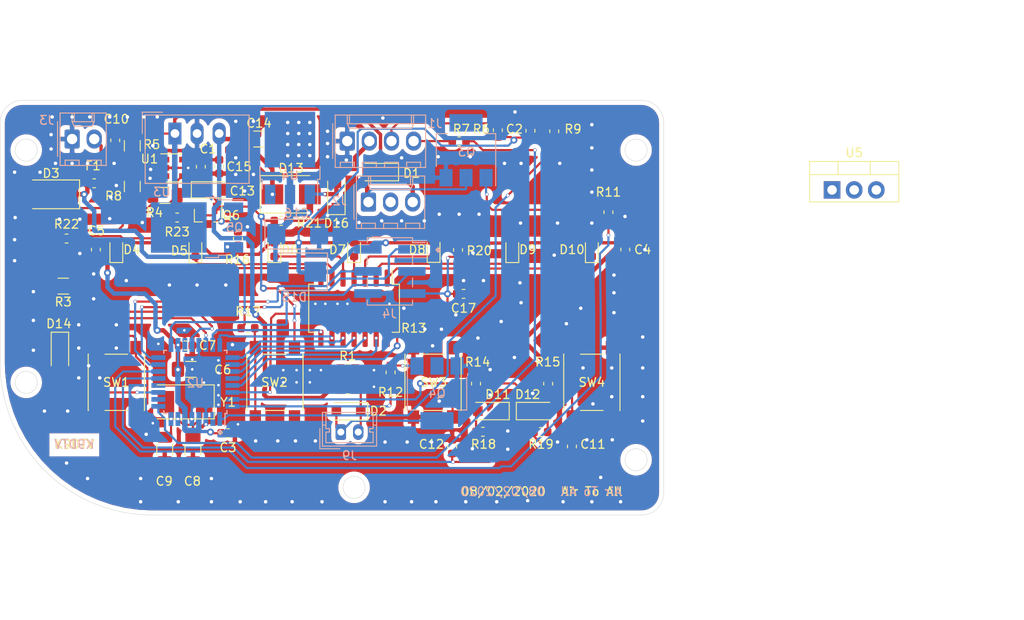
<source format=kicad_pcb>
(kicad_pcb (version 20171130) (host pcbnew "(5.1.5)-3")
  (layers (0 F.Cu signal) (31 B.Cu signal) (34 B.Paste user hide) (35 F.Paste user hide) (36 B.SilkS user hide) (37 F.SilkS user) (38 B.Mask user hide) (39 F.Mask user hide) (44 Edge.Cuts user))
  (net 0 "")
  (net 1 +12V)
  (net 2 GND)
  (net 3 Down)
  (net 4 Up)
  (net 5 +5V)
  (net 6 LED5)
  (net 7 Alarm)
  (net 8 LED3)
  (net 9 LED2)
  (net 10 LED1)
  (net 11 Batt_V)
  (net 12 Raw_Batt)
  (net 13 LED7)
  (net 14 LED6)
  (net 15 Motor)
  (net 16 Buzzer-)
  (net 17 PWM_Drive)
  (net 18 Raw_RPM)
  (net 19 Reset)
  (net 20 Monitor)
  (net 21 "Net-(Q5-Pad1)")
  (net 22 "Net-(Q3-Pad1)")
  (net 23 "Net-(Q4-Pad1)")
  (net 24 SW_Batt)
  (net 25 "Net-(D2-Pad1)")
  (net 26 "Net-(D4-Pad1)")
  (net 27 "Net-(D5-Pad1)")
  (net 28 "Net-(D6-Pad1)")
  (net 29 "Net-(D7-Pad1)")
  (net 30 "Net-(D2-Pad2)")
  (net 31 "Net-(D8-Pad1)")
  (net 32 "Net-(D9-Pad1)")
  (net 33 "Net-(D10-Pad1)")
  (net 34 "Net-(R5-Pad2)")
  (net 35 "Net-(C16-Pad1)")
  (net 36 "Net-(F1-Pad1)")
  (net 37 "Net-(D14-Pad1)")
  (net 38 "Net-(J2-Pad2)")
  (net 39 "Net-(Q6-Pad2)")
  (net 40 LED4)
  (net 41 MOSI)
  (net 42 SCLK)
  (net 43 MOSO)
  (net 44 "Net-(C8-Pad1)")
  (net 45 "Net-(C9-Pad1)")
  (net 46 "Net-(C13-Pad1)")
  (net 47 "Net-(R17-Pad1)")
  (net 48 "Net-(U2-Pad10)")
  (net 49 "Net-(U2-Pad12)")
  (net 50 "Net-(U2-Pad19)")
  (net 51 "Net-(D11-Pad2)")
  (net 52 "Net-(D12-Pad2)")
  (net 53 "Net-(R7-Pad1)")
  (net 54 "Net-(R9-Pad2)")
  (net 55 "Net-(U2-Pad2)")
  (net 56 "Net-(D16-Pad2)")
  (net 57 "Net-(J7-Pad3)")
  (net 58 "Net-(R2-Pad1)")
  (net 59 "Net-(J7-Pad1)")
  (net 60 "Net-(R3-Pad2)")
  (net 61 Ref)
  (module Package_QFP:TQFP-32_7x7mm_P0.8mm (layer B.Cu) (at 121.5983 100.6693 90)
    (fp_text reference U2 (at -0.127 0 180) (layer B.SilkS) (effects (justify mirror)))
    (fp_text value ATmega328P-AU)
    (pad 1 smd rect (at -4.25 2.8 90) (size 1.6 0.55) (layers B.Cu B.Paste B.Mask) (net 54 "Net-(R9-Pad2)"))
    (pad 2 smd rect (at -4.25 2 90) (size 1.6 0.55) (layers B.Cu B.Paste B.Mask) (net 55 "Net-(U2-Pad2)"))
    (pad 3 smd rect (at -4.25 1.2 90) (size 1.6 0.55) (layers B.Cu B.Paste B.Mask) (net 2 GND))
    (pad 4 smd rect (at -4.25 0.4 90) (size 1.6 0.55) (layers B.Cu B.Paste B.Mask) (net 5 +5V))
    (pad 5 smd rect (at -4.25 -0.4 90) (size 1.6 0.55) (layers B.Cu B.Paste B.Mask) (net 2 GND))
    (pad 6 smd rect (at -4.25 -1.2 90) (size 1.6 0.55) (layers B.Cu B.Paste B.Mask) (net 5 +5V))
    (pad 7 smd rect (at -4.25 -2 90) (size 1.6 0.55) (layers B.Cu B.Paste B.Mask) (net 44 "Net-(C8-Pad1)"))
    (pad 8 smd rect (at -4.25 -2.8 90) (size 1.6 0.55) (layers B.Cu B.Paste B.Mask) (net 45 "Net-(C9-Pad1)"))
    (pad 9 smd rect (at -2.8 -4.25) (size 1.6 0.55) (layers B.Cu B.Paste B.Mask) (net 53 "Net-(R7-Pad1)"))
    (pad 10 smd rect (at -2 -4.25) (size 1.6 0.55) (layers B.Cu B.Paste B.Mask) (net 48 "Net-(U2-Pad10)"))
    (pad 11 smd rect (at -1.2 -4.25) (size 1.6 0.55) (layers B.Cu B.Paste B.Mask) (net 20 Monitor))
    (pad 12 smd rect (at -0.4 -4.25) (size 1.6 0.55) (layers B.Cu B.Paste B.Mask) (net 49 "Net-(U2-Pad12)"))
    (pad 13 smd rect (at 0.4 -4.25) (size 1.6 0.55) (layers B.Cu B.Paste B.Mask) (net 3 Down))
    (pad 14 smd rect (at 1.2 -4.25) (size 1.6 0.55) (layers B.Cu B.Paste B.Mask) (net 7 Alarm))
    (pad 15 smd rect (at 2 -4.25) (size 1.6 0.55) (layers B.Cu B.Paste B.Mask) (net 41 MOSI))
    (pad 16 smd rect (at 2.8 -4.25) (size 1.6 0.55) (layers B.Cu B.Paste B.Mask) (net 43 MOSO))
    (pad 17 smd rect (at 4.25 -2.8 90) (size 1.6 0.55) (layers B.Cu B.Paste B.Mask) (net 42 SCLK))
    (pad 18 smd rect (at 4.25 -2 90) (size 1.6 0.55) (layers B.Cu B.Paste B.Mask) (net 5 +5V))
    (pad 19 smd rect (at 4.25 -1.2 90) (size 1.6 0.55) (layers B.Cu B.Paste B.Mask) (net 50 "Net-(U2-Pad19)"))
    (pad 20 smd rect (at 4.25 -0.4 90) (size 1.6 0.55) (layers B.Cu B.Paste B.Mask) (net 61 Ref))
    (pad 21 smd rect (at 4.25 0.4 90) (size 1.6 0.55) (layers B.Cu B.Paste B.Mask) (net 2 GND))
    (pad 22 smd rect (at 4.25 1.2 90) (size 1.6 0.55) (layers B.Cu B.Paste B.Mask) (net 11 Batt_V))
    (pad 23 smd rect (at 4.25 2 90) (size 1.6 0.55) (layers B.Cu B.Paste B.Mask) (net 10 LED1))
    (pad 24 smd rect (at 4.25 2.8 90) (size 1.6 0.55) (layers B.Cu B.Paste B.Mask) (net 9 LED2))
    (pad 25 smd rect (at 2.8 4.25) (size 1.6 0.55) (layers B.Cu B.Paste B.Mask) (net 8 LED3))
    (pad 26 smd rect (at 2 4.25) (size 1.6 0.55) (layers B.Cu B.Paste B.Mask) (net 40 LED4))
    (pad 27 smd rect (at 1.2 4.25) (size 1.6 0.55) (layers B.Cu B.Paste B.Mask) (net 6 LED5))
    (pad 28 smd rect (at 0.4 4.25) (size 1.6 0.55) (layers B.Cu B.Paste B.Mask) (net 14 LED6))
    (pad 29 smd rect (at -0.4 4.25) (size 1.6 0.55) (layers B.Cu B.Paste B.Mask) (net 19 Reset))
    (pad 30 smd rect (at -1.2 4.25) (size 1.6 0.55) (layers B.Cu B.Paste B.Mask) (net 13 LED7))
    (pad 31 smd rect (at -2 4.25) (size 1.6 0.55) (layers B.Cu B.Paste B.Mask) (net 4 Up))
    (pad 32 smd rect (at -2.8 4.25) (size 1.6 0.55) (layers B.Cu B.Paste B.Mask) (net 15 Motor))
  )
  (module Resistor_SMD:R_1206_3216Metric (layer F.Cu) (at 118.11 79.248 180)
    (fp_text reference R4 (at 1.2065 -1.9685) (layer F.SilkS))
    (fp_text value "27.4k 1%")
    (pad 2 smd roundrect (at 1.4 0 180) (size 1.25 1.75) (layers F.Cu F.Paste F.Mask) (roundrect_rratio 0.2) (net 60 "Net-(R3-Pad2)"))
    (pad 1 smd roundrect (at -1.4 0 180) (size 1.25 1.75) (layers F.Cu F.Paste F.Mask) (roundrect_rratio 0.2) (net 11 Batt_V))
  )
  (module Resistor_SMD:R_1206_3216Metric (layer F.Cu) (at 106.426 89.662 180)
    (fp_text reference R3 (at 0 -1.82) (layer F.SilkS))
    (fp_text value "10k 1%")
    (pad 2 smd roundrect (at 1.4 0 180) (size 1.25 1.75) (layers F.Cu F.Paste F.Mask) (roundrect_rratio 0.2) (net 60 "Net-(R3-Pad2)"))
    (pad 1 smd roundrect (at -1.4 0 180) (size 1.25 1.75) (layers F.Cu F.Paste F.Mask) (roundrect_rratio 0.2) (net 61 Ref))
  )
  (module Connector_Molex:Molex_Micro-Latch_53253-0270_1x02_P2.00mm_Vertical (layer B.Cu) (at 138.303 106.426)
    (fp_text reference J9 (at 1 2.7) (layer B.SilkS) (effects (justify mirror)))
    (fp_text value Conn_01x02_Male)
    (pad 2 thru_hole oval (at 2 0) (size 1.2 1.8) (drill 0.8) (layers *.Cu *.Mask) (net 25 "Net-(D2-Pad1)"))
    (pad 1 thru_hole roundrect (at 0 0) (size 1.2 1.8) (drill 0.8) (layers *.Cu *.Mask) (roundrect_rratio 0.208333) (net 30 "Net-(D2-Pad2)"))
  )
  (module Package_SO:SO-14_5.3x10.2mm_P1.27mm (layer F.Cu) (at 139.827 92.202 270)
    (fp_text reference R13 (at 2.286 -6.858 180) (layer F.SilkS))
    (fp_text value 4814P-1-331LF)
    (pad 14 smd roundrect (at 3.4625 -3.81 270) (size 1.975 0.6) (layers F.Cu F.Paste F.Mask) (net 13 LED7))
    (pad 13 smd roundrect (at 3.4625 -2.54 270) (size 1.975 0.6) (layers F.Cu F.Paste F.Mask) (net 14 LED6))
    (pad 12 smd roundrect (at 3.4625 -1.27 270) (size 1.975 0.6) (layers F.Cu F.Paste F.Mask) (net 6 LED5))
    (pad 11 smd roundrect (at 3.4625 0 270) (size 1.975 0.6) (layers F.Cu F.Paste F.Mask) (net 40 LED4))
    (pad 10 smd roundrect (at 3.4625 1.27 270) (size 1.975 0.6) (layers F.Cu F.Paste F.Mask) (net 8 LED3))
    (pad 9 smd roundrect (at 3.4625 2.54 270) (size 1.975 0.6) (layers F.Cu F.Paste F.Mask) (net 9 LED2))
    (pad 8 smd roundrect (at 3.4625 3.81 270) (size 1.975 0.6) (layers F.Cu F.Paste F.Mask) (net 10 LED1))
    (pad 7 smd roundrect (at -3.4625 3.81 270) (size 1.975 0.6) (layers F.Cu F.Paste F.Mask) (net 26 "Net-(D4-Pad1)"))
    (pad 6 smd roundrect (at -3.4625 2.54 270) (size 1.975 0.6) (layers F.Cu F.Paste F.Mask) (net 27 "Net-(D5-Pad1)"))
    (pad 5 smd roundrect (at -3.4625 1.27 270) (size 1.975 0.6) (layers F.Cu F.Paste F.Mask) (net 28 "Net-(D6-Pad1)"))
    (pad 4 smd roundrect (at -3.4625 0 270) (size 1.975 0.6) (layers F.Cu F.Paste F.Mask) (net 29 "Net-(D7-Pad1)"))
    (pad 3 smd roundrect (at -3.4625 -1.27 270) (size 1.975 0.6) (layers F.Cu F.Paste F.Mask) (net 31 "Net-(D8-Pad1)"))
    (pad 2 smd roundrect (at -3.4625 -2.54 270) (size 1.975 0.6) (layers F.Cu F.Paste F.Mask) (net 32 "Net-(D9-Pad1)"))
    (pad 1 smd roundrect (at -3.4625 -3.81 270) (size 1.975 0.6) (layers F.Cu F.Paste F.Mask) (net 33 "Net-(D10-Pad1)"))
  )
  (module Capacitor_Tantalum_SMD:CP_EIA-3216-18_Kemet-A (layer F.Cu) (at 123.447 78.613)
    (fp_text reference C13 (at 3.553 0.127) (layer F.SilkS))
    (fp_text value 3.3uF)
    (pad 2 smd roundrect (at 1.35 0) (size 1.4 1.35) (layers F.Cu F.Paste F.Mask) (roundrect_rratio 0.185185) (net 2 GND))
    (pad 1 smd roundrect (at -1.35 0) (size 1.4 1.35) (layers F.Cu F.Paste F.Mask) (roundrect_rratio 0.185185) (net 46 "Net-(C13-Pad1)"))
  )
  (module Package_TO_SOT_THT:TO-220-3_Vertical (layer F.Cu) (at 194.721 78.616)
    (fp_text reference U5 (at 2.54 -4.27) (layer F.SilkS))
    (fp_text value LM317_TO-220)
    (pad 3 thru_hole oval (at 5.08 0) (size 1.905 2) (drill 1.1) (layers *.Cu *.Mask) (net 57 "Net-(J7-Pad3)"))
    (pad 2 thru_hole oval (at 2.54 0) (size 1.905 2) (drill 1.1) (layers *.Cu *.Mask) (net 58 "Net-(R2-Pad1)"))
    (pad 1 thru_hole rect (at 0 0) (size 1.905 2) (drill 1.1) (layers *.Cu *.Mask) (net 59 "Net-(J7-Pad1)"))
  )
  (module Capacitor_SMD:C_0603_1608Metric (layer F.Cu) (at 152.4 90.551)
    (fp_text reference C17 (at 0 1.651) (layer F.SilkS))
    (fp_text value C0603C104M4RACTU)
    (pad 2 smd roundrect (at 0.7875 0) (size 0.875 0.95) (layers F.Cu F.Paste F.Mask) (net 2 GND))
    (pad 1 smd roundrect (at -0.7875 0) (size 0.875 0.95) (layers F.Cu F.Paste F.Mask) (net 19 Reset))
  )
  (module Diode_SMD:D_SMB (layer F.Cu) (at 132.597 79.121)
    (fp_text reference D13 (at 0 -3) (layer F.SilkS))
    (fp_text value FM4004-W)
    (pad 2 smd rect (at 2.15 0) (size 2.5 2.3) (layers F.Cu F.Paste F.Mask) (net 35 "Net-(C16-Pad1)"))
    (pad 1 smd rect (at -2.15 0) (size 2.5 2.3) (layers F.Cu F.Paste F.Mask) (net 1 +12V))
  )
  (module Resistor_SMD:R_0612_1632Metric_Pad1.18x3.40mm_HandSolder (layer F.Cu) (at 139.1015 100.33)
    (fp_text reference R1 (at 0 -2.65) (layer F.SilkS))
    (fp_text value LTR18EZPJ301)
    (pad 2 smd roundrect (at 0.8375 0) (size 1.175 3.4) (layers F.Cu F.Paste F.Mask) (roundrect_rratio 0.212766) (net 25 "Net-(D2-Pad1)"))
    (pad 1 smd roundrect (at -0.8375 0) (size 1.175 3.4) (layers F.Cu F.Paste F.Mask) (roundrect_rratio 0.212766) (net 1 +12V))
  )
  (module Diode_SMD:D_SOD-123F (layer F.Cu) (at 137.795 79.251 90)
    (fp_text reference D16 (at -3.178 0 180) (layer F.SilkS))
    (fp_text value 1N914)
    (pad 2 smd rect (at 1.4 0 90) (size 1.1 1.1) (layers F.Cu F.Paste F.Mask) (net 56 "Net-(D16-Pad2)"))
    (pad 1 smd rect (at -1.4 0 90) (size 1.1 1.1) (layers F.Cu F.Paste F.Mask) (net 2 GND))
  )
  (module Diode_SMD:D_SOD-123F (layer F.Cu) (at 106.045 97.155 270)
    (fp_text reference D14 (at -3.175 0.127 180) (layer F.SilkS))
    (fp_text value 1N914)
    (pad 2 smd rect (at 1.4 0 270) (size 1.1 1.1) (layers F.Cu F.Paste F.Mask) (net 20 Monitor))
    (pad 1 smd rect (at -1.4 0 270) (size 1.1 1.1) (layers F.Cu F.Paste F.Mask) (net 37 "Net-(D14-Pad1)"))
  )
  (module Diode_SMD:D_SOD-123F (layer F.Cu) (at 160.658 104.013)
    (fp_text reference D12 (at -0.892 -1.905) (layer F.SilkS))
    (fp_text value 1N914)
    (pad 2 smd rect (at 1.4 0) (size 1.1 1.1) (layers F.Cu F.Paste F.Mask) (net 52 "Net-(D12-Pad2)"))
    (pad 1 smd rect (at -1.4 0) (size 1.1 1.1) (layers F.Cu F.Paste F.Mask) (net 4 Up))
  )
  (module Diode_SMD:D_SOD-123F (layer F.Cu) (at 155.445 104.013 180)
    (fp_text reference D11 (at -0.892 1.905) (layer F.SilkS))
    (fp_text value 1N914)
    (pad 2 smd rect (at 1.4 0 180) (size 1.1 1.1) (layers F.Cu F.Paste F.Mask) (net 51 "Net-(D11-Pad2)"))
    (pad 1 smd rect (at -1.4 0 180) (size 1.1 1.1) (layers F.Cu F.Paste F.Mask) (net 3 Down))
  )
  (module Diode_SMD:D_SOD-123F (layer F.Cu) (at 139.192 104.0384 180)
    (fp_text reference D2 (at -3.429 0.0254) (layer F.SilkS))
    (fp_text value 1N914)
    (pad 2 smd rect (at 1.4 0 180) (size 1.1 1.1) (layers F.Cu F.Paste F.Mask) (net 30 "Net-(D2-Pad2)"))
    (pad 1 smd rect (at -1.4 0 180) (size 1.1 1.1) (layers F.Cu F.Paste F.Mask) (net 25 "Net-(D2-Pad1)"))
  )
  (module Diode_SMD:D_SOD-123F (layer F.Cu) (at 142.7328 76.5665 180)
    (fp_text reference D1 (at -3.6982 -0.1415) (layer F.SilkS))
    (fp_text value 1N914)
    (pad 2 smd rect (at 1.4 0 180) (size 1.1 1.1) (layers F.Cu F.Paste F.Mask) (net 16 Buzzer-))
    (pad 1 smd rect (at -1.4 0 180) (size 1.1 1.1) (layers F.Cu F.Paste F.Mask) (net 24 SW_Batt))
  )
  (module Capacitor_SMD:C_1206_3216Metric (layer F.Cu) (at 128.908 72.771)
    (fp_text reference C14 (at 0 -1.82) (layer F.SilkS))
    (fp_text value LMK316AB7106MLHT)
    (pad 2 smd roundrect (at 1.4 0) (size 1.25 1.75) (layers F.Cu F.Paste F.Mask) (roundrect_rratio 0.2) (net 2 GND))
    (pad 1 smd roundrect (at -1.4 0) (size 1.25 1.75) (layers F.Cu F.Paste F.Mask) (roundrect_rratio 0.2) (net 1 +12V))
  )
  (module Resistor_SMD:R_0603_1608Metric (layer F.Cu) (at 119.507 81.788 180)
    (fp_text reference R23 (at 0 -1.651) (layer F.SilkS))
    (fp_text value 560k)
    (pad 2 smd roundrect (at 0.7875 0 180) (size 0.875 0.95) (layers F.Cu F.Paste F.Mask) (net 2 GND))
    (pad 1 smd roundrect (at -0.7875 0 180) (size 0.875 0.95) (layers F.Cu F.Paste F.Mask) (net 39 "Net-(Q6-Pad2)"))
  )
  (module Package_TO_SOT_SMD:TO-252-3_TabPin2 (layer B.Cu) (at 132.461 74.93 90)
    (fp_text reference U4 (at -2.032 0 180) (layer B.SilkS) (effects (justify mirror)))
    (fp_text value LM1117-5.0)
    (pad 2 smd rect (at 2.1 0 90) (size 6.4 5.8) (layers B.Cu B.Mask) (net 35 "Net-(C16-Pad1)"))
    (pad 3 smd rect (at -4.2 -2.28 90) (size 2.2 1.2) (layers B.Cu B.Paste B.Mask) (net 1 +12V))
    (pad 2 smd rect (at -4.2 0 90) (size 2.2 1.2) (layers B.Cu B.Paste B.Mask) (net 35 "Net-(C16-Pad1)"))
    (pad 1 smd rect (at -4.2 2.28 90) (size 2.2 1.2) (layers B.Cu B.Paste B.Mask) (net 56 "Net-(D16-Pad2)"))
  )
  (module Converter_DCDC:Converter_DCDC_TRACO_TSR-1_THT (layer B.Cu) (at 119.253 72.136)
    (fp_text reference U3 (at -1.5 6.71) (layer B.SilkS) (effects (justify mirror)))
    (fp_text value TPSM84212EAB)
    (pad 3 thru_hole oval (at 5.08 0) (size 1.5 2.5) (drill 1) (layers *.Cu *.Mask) (net 1 +12V))
    (pad 2 thru_hole oval (at 2.54 0) (size 1.5 2.5) (drill 1) (layers *.Cu *.Mask) (net 2 GND))
    (pad 1 thru_hole rect (at 0 0) (size 1.5 2.5) (drill 1) (layers *.Cu *.Mask) (net 24 SW_Batt))
  )
  (module Button_Switch_SMD:SW_SPST_PTS645 (layer F.Cu) (at 112.522 100.711 90)
    (fp_text reference SW1 (at 0 0 180) (layer F.SilkS))
    (fp_text value Power_off)
    (pad 2 smd rect (at 3.98 2.25 90) (size 1.55 1.3) (layers F.Cu F.Paste F.Mask) (net 37 "Net-(D14-Pad1)"))
    (pad 1 smd rect (at 3.98 -2.25 90) (size 1.55 1.3) (layers F.Cu F.Paste F.Mask) (net 2 GND))
    (pad 1 smd rect (at -3.98 -2.25 90) (size 1.55 1.3) (layers F.Cu F.Paste F.Mask) (net 2 GND))
    (pad 2 smd rect (at -3.98 2.25 90) (size 1.55 1.3) (layers F.Cu F.Paste F.Mask) (net 37 "Net-(D14-Pad1)"))
  )
  (module Button_Switch_SMD:SW_SPST_PTS645 (layer F.Cu) (at 130.732 100.711 270)
    (fp_text reference SW2 (at 0 0.049 180) (layer F.SilkS))
    (fp_text value Power_On)
    (pad 2 smd rect (at 3.98 2.25 270) (size 1.55 1.3) (layers F.Cu F.Paste F.Mask) (net 47 "Net-(R17-Pad1)"))
    (pad 1 smd rect (at 3.98 -2.25 270) (size 1.55 1.3) (layers F.Cu F.Paste F.Mask) (net 46 "Net-(C13-Pad1)"))
    (pad 1 smd rect (at -3.98 -2.25 270) (size 1.55 1.3) (layers F.Cu F.Paste F.Mask) (net 46 "Net-(C13-Pad1)"))
    (pad 2 smd rect (at -3.98 2.25 270) (size 1.55 1.3) (layers F.Cu F.Paste F.Mask) (net 47 "Net-(R17-Pad1)"))
  )
  (module Resistor_SMD:R_0603_1608Metric (layer F.Cu) (at 106.807 84.201 180)
    (fp_text reference R22 (at 0 1.651) (layer F.SilkS))
    (fp_text value 220k)
    (pad 2 smd roundrect (at 0.7875 0 180) (size 0.875 0.95) (layers F.Cu F.Paste F.Mask) (net 37 "Net-(D14-Pad1)"))
    (pad 1 smd roundrect (at -0.7875 0 180) (size 0.875 0.95) (layers F.Cu F.Paste F.Mask) (net 46 "Net-(C13-Pad1)"))
  )
  (module Resistor_SMD:R_0603_1608Metric (layer F.Cu) (at 131.445 82.169)
    (fp_text reference R21 (at 3.2385 0.254) (layer F.SilkS))
    (fp_text value 820k)
    (pad 2 smd roundrect (at 0.7875 0) (size 0.875 0.95) (layers F.Cu F.Paste F.Mask) (net 35 "Net-(C16-Pad1)"))
    (pad 1 smd roundrect (at -0.7875 0) (size 0.875 0.95) (layers F.Cu F.Paste F.Mask) (net 46 "Net-(C13-Pad1)"))
  )
  (module Resistor_SMD:R_0603_1608Metric (layer F.Cu) (at 127.635 94.488 180)
    (fp_text reference R17 (at 0 1.905) (layer F.SilkS))
    (fp_text value 100k)
    (pad 2 smd roundrect (at 0.7875 0 180) (size 0.875 0.95) (layers F.Cu F.Paste F.Mask) (net 12 Raw_Batt))
    (pad 1 smd roundrect (at -0.7875 0 180) (size 0.875 0.95) (layers F.Cu F.Paste F.Mask) (net 47 "Net-(R17-Pad1)"))
  )
  (module Resistor_SMD:R_0603_1608Metric (layer F.Cu) (at 126.492 84.201 90)
    (fp_text reference R16 (at -2.413 -0.0635 180) (layer F.SilkS))
    (fp_text value 560k)
    (pad 2 smd roundrect (at 0.7875 0 90) (size 0.875 0.95) (layers F.Cu F.Paste F.Mask) (net 21 "Net-(Q5-Pad1)"))
    (pad 1 smd roundrect (at -0.7875 0 90) (size 0.875 0.95) (layers F.Cu F.Paste F.Mask) (net 12 Raw_Batt))
  )
  (module Package_TO_SOT_SMD:SOT-23 (layer F.Cu) (at 123.063 81.534 270)
    (fp_text reference Q6 (at 0 -2.667 180) (layer F.SilkS))
    (fp_text value MMBT3904)
    (pad 3 smd rect (at 1 0 270) (size 0.9 0.8) (layers F.Cu F.Paste F.Mask) (net 21 "Net-(Q5-Pad1)"))
    (pad 2 smd rect (at -1 0.95 270) (size 0.9 0.8) (layers F.Cu F.Paste F.Mask) (net 39 "Net-(Q6-Pad2)"))
    (pad 1 smd rect (at -1 -0.95 270) (size 0.9 0.8) (layers F.Cu F.Paste F.Mask) (net 46 "Net-(C13-Pad1)"))
  )
  (module Package_TO_SOT_SMD:TO-252-2 (layer B.Cu) (at 121.793 82.931 180)
    (fp_text reference Q5 (at -4.318 0) (layer B.SilkS) (effects (justify mirror)))
    (fp_text value TSM480P06CP)
    (pad 2 smd rect (at 2.1 0 180) (size 6.4 5.8) (layers B.Cu B.Mask) (net 24 SW_Batt))
    (pad 3 smd rect (at -4.2 -2.28 180) (size 2.2 1.2) (layers B.Cu B.Paste B.Mask) (net 12 Raw_Batt))
    (pad 1 smd rect (at -4.2 2.28 180) (size 2.2 1.2) (layers B.Cu B.Paste B.Mask) (net 21 "Net-(Q5-Pad1)"))
  )
  (module Connector_Molex:Molex_KK-254_AE-6410-03A_1x03_P2.54mm_Vertical (layer B.Cu) (at 141.478 80.01)
    (fp_text reference J2 (at -3.302 -0.127) (layer B.SilkS) (effects (justify mirror)))
    (fp_text value Buzzer)
    (pad 3 thru_hole oval (at 5.08 0) (size 1.74 2.19) (drill 1.19) (layers *.Cu *.Mask) (net 24 SW_Batt))
    (pad 2 thru_hole oval (at 2.54 0) (size 1.74 2.19) (drill 1.19) (layers *.Cu *.Mask) (net 38 "Net-(J2-Pad2)"))
    (pad 1 thru_hole roundrect (at 0 0) (size 1.74 2.19) (drill 1.19) (layers *.Cu *.Mask) (roundrect_rratio 0.143678) (net 16 Buzzer-))
  )
  (module Diode_SMD:D_SMB (layer B.Cu) (at 133.223 88.011 180)
    (fp_text reference D15 (at 0.254 -2.921) (layer B.SilkS) (effects (justify mirror)))
    (fp_text value FM4004-W)
    (pad 2 smd rect (at 2.15 0 180) (size 2.5 2.3) (layers B.Cu B.Paste B.Mask) (net 35 "Net-(C16-Pad1)"))
    (pad 1 smd rect (at -2.15 0 180) (size 2.5 2.3) (layers B.Cu B.Paste B.Mask) (net 5 +5V))
  )
  (module Capacitor_Tantalum_SMD:CP_EIA-6032-15_Kemet-U (layer B.Cu) (at 133.35 83.693)
    (fp_text reference C16 (at -0.127 -2.413) (layer B.SilkS) (effects (justify mirror)))
    (fp_text value T491C107M006AT)
    (pad 2 smd roundrect (at 2.4625 0) (size 2.075 2.35) (layers B.Cu B.Paste B.Mask) (roundrect_rratio 0.120482) (net 2 GND))
    (pad 1 smd roundrect (at -2.4625 0) (size 2.075 2.35) (layers B.Cu B.Paste B.Mask) (roundrect_rratio 0.120482) (net 35 "Net-(C16-Pad1)"))
  )
  (module Capacitor_SMD:C_0603_1608Metric (layer F.Cu) (at 124.333 75.946 270)
    (fp_text reference C15 (at 0 -2.286 180) (layer F.SilkS))
    (fp_text value C0603C104M4RACTU)
    (pad 2 smd roundrect (at 0.7875 0 270) (size 0.875 0.95) (layers F.Cu F.Paste F.Mask) (net 2 GND))
    (pad 1 smd roundrect (at -0.7875 0 270) (size 0.875 0.95) (layers F.Cu F.Paste F.Mask) (net 1 +12V))
  )
  (module Capacitor_SMD:C_0603_1608Metric (layer F.Cu) (at 112.395 72.9235 270)
    (fp_text reference C10 (at -2.4385 -0.127 180) (layer F.SilkS))
    (fp_text value C0603C104M4RACTU)
    (pad 1 smd roundrect (at -0.7875 0 270) (size 0.875 0.95) (layers F.Cu F.Paste F.Mask) (net 24 SW_Batt))
    (pad 2 smd roundrect (at 0.7875 0 270) (size 0.875 0.95) (layers F.Cu F.Paste F.Mask) (net 2 GND))
  )
  (module Connector_Molex:Molex_KK-254_AE-6410-02A_1x02_P2.54mm_Vertical (layer B.Cu) (at 107.442 72.771)
    (fp_text reference J3 (at -2.921 -2.159) (layer B.SilkS) (effects (justify mirror)))
    (fp_text value Power)
    (pad 2 thru_hole oval (at 2.54 0) (size 1.74 2.19) (drill 1.19) (layers *.Cu *.Mask) (net 36 "Net-(F1-Pad1)"))
    (pad 1 thru_hole roundrect (at 0 0) (size 1.74 2.19) (drill 1.19) (layers *.Cu *.Mask) (roundrect_rratio 0.143678) (net 2 GND))
  )
  (module Resistor_SMD:R_0603_1608Metric (layer F.Cu) (at 161.272 106.426)
    (fp_text reference R19 (at 0.018 1.397) (layer F.SilkS))
    (fp_text value 10k)
    (pad 2 smd roundrect (at 0.7875 0) (size 0.875 0.95) (layers F.Cu F.Paste F.Mask) (net 52 "Net-(D12-Pad2)"))
    (pad 1 smd roundrect (at -0.7875 0) (size 0.875 0.95) (layers F.Cu F.Paste F.Mask) (net 4 Up))
  )
  (module Resistor_SMD:R_0603_1608Metric (layer F.Cu) (at 154.6226 106.3879)
    (fp_text reference R18 (at 0.0634 1.4351) (layer F.SilkS))
    (fp_text value 10k)
    (pad 2 smd roundrect (at 0.7875 0) (size 0.875 0.95) (layers F.Cu F.Paste F.Mask) (net 3 Down))
    (pad 1 smd roundrect (at -0.7875 0) (size 0.875 0.95) (layers F.Cu F.Paste F.Mask) (net 51 "Net-(D11-Pad2)"))
  )
  (module Capacitor_SMD:C_0603_1608Metric (layer F.Cu) (at 151.0919 108.1025 90)
    (fp_text reference C12 (at 0.2795 -2.3749 180) (layer F.SilkS))
    (fp_text value C0603C104M4RACTU)
    (pad 2 smd roundrect (at 0.7875 0 90) (size 0.875 0.95) (layers F.Cu F.Paste F.Mask) (net 2 GND))
    (pad 1 smd roundrect (at -0.7875 0 90) (size 0.875 0.95) (layers F.Cu F.Paste F.Mask) (net 3 Down))
  )
  (module Capacitor_SMD:C_0603_1608Metric (layer F.Cu) (at 164.846 108.077 90)
    (fp_text reference C11 (at 0.254 2.413 180) (layer F.SilkS))
    (fp_text value C0603C104M4RACTU)
    (pad 2 smd roundrect (at 0.7875 0 90) (size 0.875 0.95) (layers F.Cu F.Paste F.Mask) (net 2 GND))
    (pad 1 smd roundrect (at -0.7875 0 90) (size 0.875 0.95) (layers F.Cu F.Paste F.Mask) (net 4 Up))
  )
  (module Resistor_SMD:R_0603_1608Metric (layer F.Cu) (at 109.982 77.851 180)
    (fp_text reference F1 (at 0.1475 2 180) (layer F.SilkS))
    (fp_text value SF-0603FP200F-2)
    (pad 1 smd roundrect (at -0.7875 0 180) (size 0.875 0.95) (layers F.Cu F.Paste F.Mask) (net 36 "Net-(F1-Pad1)"))
    (pad 2 smd roundrect (at 0.7875 0 180) (size 0.875 0.95) (layers F.Cu F.Paste F.Mask) (net 12 Raw_Batt))
  )
  (module Diode_SMD:D_SMA (layer F.Cu) (at 104.902 79.121 180)
    (fp_text reference D3 (at -0.127 2.413) (layer F.SilkS))
    (fp_text value SMBJ5362B-TP)
    (pad 1 smd rect (at -2 0 180) (size 2.5 1.8) (layers F.Cu F.Paste F.Mask) (net 12 Raw_Batt))
    (pad 2 smd rect (at 2 0 180) (size 2.5 1.8) (layers F.Cu F.Paste F.Mask) (net 2 GND))
  )
  (module Capacitor_SMD:C_0603_1608Metric (layer F.Cu) (at 110.1725 85.471 270)
    (fp_text reference C5 (at -2.159 -0.0635 180) (layer F.SilkS))
    (fp_text value C0603C104M4RACTU)
    (pad 2 smd roundrect (at 0.7875 0 270) (size 0.875 0.95) (layers F.Cu F.Paste F.Mask) (net 2 GND))
    (pad 1 smd roundrect (at -0.7875 0 270) (size 0.875 0.95) (layers F.Cu F.Paste F.Mask) (net 5 +5V))
  )
  (module Capacitor_SMD:C_0603_1608Metric (layer F.Cu) (at 170.972 85.461 270)
    (fp_text reference C4 (at 0.01 -2.002 180) (layer F.SilkS))
    (fp_text value C0603C104M4RACTU)
    (pad 2 smd roundrect (at 0.7875 0 270) (size 0.875 0.95) (layers F.Cu F.Paste F.Mask) (net 2 GND))
    (pad 1 smd roundrect (at -0.7875 0 270) (size 0.875 0.95) (layers F.Cu F.Paste F.Mask) (net 5 +5V))
  )
  (module Capacitor_SMD:C_0603_1608Metric (layer F.Cu) (at 125.349 106.553)
    (fp_text reference C3 (at 0 1.651) (layer F.SilkS))
    (fp_text value C0603C104M4RACTU)
    (pad 2 smd roundrect (at 0.7875 0) (size 0.875 0.95) (layers F.Cu F.Paste F.Mask) (net 2 GND))
    (pad 1 smd roundrect (at -0.7875 0) (size 0.875 0.95) (layers F.Cu F.Paste F.Mask) (net 5 +5V))
  )
  (module Capacitor_SMD:C_0603_1608Metric (layer F.Cu) (at 160.082 71.821 90)
    (fp_text reference C2 (at 0.193 -1.84 180) (layer F.SilkS))
    (fp_text value C0603C104M4RACTU)
    (pad 2 smd roundrect (at 0.7875 0 90) (size 0.875 0.95) (layers F.Cu F.Paste F.Mask) (net 2 GND))
    (pad 1 smd roundrect (at -0.7875 0 90) (size 0.875 0.95) (layers F.Cu F.Paste F.Mask) (net 5 +5V))
  )
  (module Capacitor_SMD:C_1206_3216Metric_Pad1.42x1.75mm_HandSolder (layer F.Cu) (at 121.0903 99.2215 180)
    (fp_text reference C6 (at -3.6576 -0.0508) (layer F.SilkS))
    (fp_text value LMK316AB7106MLHT)
    (pad 2 smd roundrect (at 1.4875 0 180) (size 1.425 1.75) (layers F.Cu F.Paste F.Mask) (roundrect_rratio 0.175439) (net 5 +5V))
    (pad 1 smd roundrect (at -1.4875 0 180) (size 1.425 1.75) (layers F.Cu F.Paste F.Mask) (roundrect_rratio 0.175439) (net 2 GND))
  )
  (module Capacitor_SMD:C_1206_3216Metric (layer F.Cu) (at 118.0793 108.4203 270)
    (fp_text reference C9 (at 3.65 0.06 180) (layer F.SilkS))
    (fp_text value 1206Y0160180FFT)
    (pad 2 smd roundrect (at 1.4 0 270) (size 1.25 1.75) (layers F.Cu F.Paste F.Mask) (roundrect_rratio 0.2) (net 2 GND))
    (pad 1 smd roundrect (at -1.4 0 270) (size 1.25 1.75) (layers F.Cu F.Paste F.Mask) (roundrect_rratio 0.2) (net 45 "Net-(C9-Pad1)"))
  )
  (module Capacitor_SMD:C_1206_3216Metric (layer F.Cu) (at 121.3193 108.4303 270)
    (fp_text reference C8 (at 3.64 0.06 180) (layer F.SilkS))
    (fp_text value 1206Y0160180FFT)
    (pad 2 smd roundrect (at 1.4 0 270) (size 1.25 1.75) (layers F.Cu F.Paste F.Mask) (roundrect_rratio 0.2) (net 2 GND))
    (pad 1 smd roundrect (at -1.4 0 270) (size 1.25 1.75) (layers F.Cu F.Paste F.Mask) (roundrect_rratio 0.2) (net 44 "Net-(C8-Pad1)"))
  )
  (module Resistor_SMD:R_1206_3216Metric (layer F.Cu) (at 114.3542 78.2191 270)
    (fp_text reference R8 (at 1.0924 2.1497 180) (layer F.SilkS))
    (fp_text value "15k 1%")
    (pad 2 smd roundrect (at 1.4 0 270) (size 1.25 1.75) (layers F.Cu F.Paste F.Mask) (roundrect_rratio 0.2) (net 2 GND))
    (pad 1 smd roundrect (at -1.4 0 270) (size 1.25 1.75) (layers F.Cu F.Paste F.Mask) (roundrect_rratio 0.2) (net 34 "Net-(R5-Pad2)"))
  )
  (module Resistor_SMD:R_1206_3216Metric (layer F.Cu) (at 114.3542 73.5455 270)
    (fp_text reference R5 (at -0.1395 -2.2318 180) (layer F.SilkS))
    (fp_text value "110k 1%")
    (pad 2 smd roundrect (at 1.4 0 270) (size 1.25 1.75) (layers F.Cu F.Paste F.Mask) (roundrect_rratio 0.2) (net 34 "Net-(R5-Pad2)"))
    (pad 1 smd roundrect (at -1.4 0 270) (size 1.25 1.75) (layers F.Cu F.Paste F.Mask) (roundrect_rratio 0.2) (net 24 SW_Batt))
  )
  (module Crystal:Crystal_SMD_0603-2Pin_6.0x3.5mm (layer F.Cu) (at 120.4143 102.9553 180)
    (fp_text reference Y1 (at -4.9347 -0.0417) (layer F.SilkS))
    (fp_text value 16.000MHZ)
    (pad 2 smd rect (at 2.2 0 180) (size 1.9 2.5) (layers F.Cu F.Paste F.Mask) (net 45 "Net-(C9-Pad1)"))
    (pad 1 smd rect (at -2.2 0 180) (size 1.9 2.5) (layers F.Cu F.Paste F.Mask) (net 44 "Net-(C8-Pad1)"))
  )
  (module Package_TO_SOT_SMD:SOT-23-5 (layer F.Cu) (at 119.1675 76.0825)
    (fp_text reference U1 (at -2.8355 -1.0255) (layer F.SilkS))
    (fp_text value LM321)
    (pad 5 smd rect (at 1.1 -0.95) (size 1.06 0.65) (layers F.Cu F.Paste F.Mask) (net 1 +12V))
    (pad 4 smd rect (at 1.1 0.95) (size 1.06 0.65) (layers F.Cu F.Paste F.Mask) (net 11 Batt_V))
    (pad 3 smd rect (at -1.1 0.95) (size 1.06 0.65) (layers F.Cu F.Paste F.Mask) (net 60 "Net-(R3-Pad2)"))
    (pad 2 smd rect (at -1.1 0) (size 1.06 0.65) (layers F.Cu F.Paste F.Mask) (net 2 GND))
    (pad 1 smd rect (at -1.1 -0.95) (size 1.06 0.65) (layers F.Cu F.Paste F.Mask) (net 34 "Net-(R5-Pad2)"))
  )
  (module Button_Switch_SMD:SW_SPST_PTS645 (layer F.Cu) (at 148.8948 100.711 90)
    (fp_text reference SW3 (at 0 0.0762 180) (layer F.SilkS))
    (fp_text value Fan_Down)
    (pad 2 smd rect (at 3.98 2.25 90) (size 1.55 1.3) (layers F.Cu F.Paste F.Mask) (net 51 "Net-(D11-Pad2)"))
    (pad 1 smd rect (at 3.98 -2.25 90) (size 1.55 1.3) (layers F.Cu F.Paste F.Mask) (net 2 GND))
    (pad 1 smd rect (at -3.98 -2.25 90) (size 1.55 1.3) (layers F.Cu F.Paste F.Mask) (net 2 GND))
    (pad 2 smd rect (at -3.98 2.25 90) (size 1.55 1.3) (layers F.Cu F.Paste F.Mask) (net 51 "Net-(D11-Pad2)"))
  )
  (module Button_Switch_SMD:SW_SPST_PTS645 (layer F.Cu) (at 167.132 100.711 270)
    (fp_text reference SW4 (at 0 0 180) (layer F.SilkS))
    (fp_text value Fan_Up)
    (pad 2 smd rect (at 3.98 2.25 270) (size 1.55 1.3) (layers F.Cu F.Paste F.Mask) (net 52 "Net-(D12-Pad2)"))
    (pad 1 smd rect (at 3.98 -2.25 270) (size 1.55 1.3) (layers F.Cu F.Paste F.Mask) (net 2 GND))
    (pad 1 smd rect (at -3.98 -2.25 270) (size 1.55 1.3) (layers F.Cu F.Paste F.Mask) (net 2 GND))
    (pad 2 smd rect (at -3.98 2.25 270) (size 1.55 1.3) (layers F.Cu F.Paste F.Mask) (net 52 "Net-(D12-Pad2)"))
  )
  (module Resistor_SMD:R_0603_1608Metric (layer F.Cu) (at 162.1155 100.8633 90)
    (fp_text reference R15 (at 2.4895 -0.0448 180) (layer F.SilkS))
    (fp_text value 100k)
    (pad 2 smd roundrect (at 0.7875 0 90) (size 0.875 0.95) (layers F.Cu F.Paste F.Mask) (net 5 +5V))
    (pad 1 smd roundrect (at -0.7875 0 90) (size 0.875 0.95) (layers F.Cu F.Paste F.Mask) (net 52 "Net-(D12-Pad2)"))
  )
  (module Resistor_SMD:R_0603_1608Metric (layer F.Cu) (at 153.832 100.8635 90)
    (fp_text reference R14 (at 2.482 0.1792 180) (layer F.SilkS))
    (fp_text value 100k)
    (pad 2 smd roundrect (at 0.7875 0 90) (size 0.875 0.95) (layers F.Cu F.Paste F.Mask) (net 5 +5V))
    (pad 1 smd roundrect (at -0.7875 0 90) (size 0.875 0.95) (layers F.Cu F.Paste F.Mask) (net 51 "Net-(D11-Pad2)"))
  )
  (module LED_SMD:LED_0603_1608Metric (layer F.Cu) (at 167.132 85.471 90)
    (fp_text reference D10 (at 0 -2.286 180) (layer F.SilkS))
    (fp_text value High)
    (pad 2 smd roundrect (at 0.7875 0 90) (size 0.875 0.95) (layers F.Cu F.Paste F.Mask) (net 5 +5V))
    (pad 1 smd roundrect (at -0.7875 0 90) (size 0.875 0.95) (layers F.Cu F.Paste F.Mask) (net 33 "Net-(D10-Pad1)"))
  )
  (module LED_SMD:LED_0603_1608Metric (layer F.Cu) (at 158.0007 85.471 90)
    (fp_text reference D9 (at 0 1.7653 180) (layer F.SilkS))
    (fp_text value Mid)
    (pad 2 smd roundrect (at 0.7875 0 90) (size 0.875 0.95) (layers F.Cu F.Paste F.Mask) (net 5 +5V))
    (pad 1 smd roundrect (at -0.7875 0 90) (size 0.875 0.95) (layers F.Cu F.Paste F.Mask) (net 32 "Net-(D9-Pad1)"))
  )
  (module LED_SMD:LED_0603_1608Metric (layer F.Cu) (at 148.9583 85.4456 90)
    (fp_text reference D8 (at -0.0254 -1.8923 180) (layer F.SilkS))
    (fp_text value Low)
    (pad 2 smd roundrect (at 0.7875 0 90) (size 0.875 0.95) (layers F.Cu F.Paste F.Mask) (net 5 +5V))
    (pad 1 smd roundrect (at -0.7875 0 90) (size 0.875 0.95) (layers F.Cu F.Paste F.Mask) (net 31 "Net-(D8-Pad1)"))
  )
  (module LED_SMD:LED_0603_1608Metric (layer F.Cu) (at 139.827 85.471 90)
    (fp_text reference D7 (at 0 -1.905 180) (layer F.SilkS))
    (fp_text value Error)
    (pad 2 smd roundrect (at 0.7875 0 90) (size 0.875 0.95) (layers F.Cu F.Paste F.Mask) (net 5 +5V))
    (pad 1 smd roundrect (at -0.7875 0 90) (size 0.875 0.95) (layers F.Cu F.Paste F.Mask) (net 29 "Net-(D7-Pad1)"))
  )
  (module LED_SMD:LED_0603_1608Metric (layer F.Cu) (at 130.683 85.471 90)
    (fp_text reference D6 (at 0 1.778 180) (layer F.SilkS))
    (fp_text value Green)
    (pad 2 smd roundrect (at 0.7875 0 90) (size 0.875 0.95) (layers F.Cu F.Paste F.Mask) (net 5 +5V))
    (pad 1 smd roundrect (at -0.7875 0 90) (size 0.875 0.95) (layers F.Cu F.Paste F.Mask) (net 28 "Net-(D6-Pad1)"))
  )
  (module LED_SMD:LED_0603_1608Metric (layer F.Cu) (at 121.6025 85.471 90)
    (fp_text reference D5 (at -0.127 -1.8415 180) (layer F.SilkS))
    (fp_text value Yellow)
    (pad 2 smd roundrect (at 0.7875 0 90) (size 0.875 0.95) (layers F.Cu F.Paste F.Mask) (net 5 +5V))
    (pad 1 smd roundrect (at -0.7875 0 90) (size 0.875 0.95) (layers F.Cu F.Paste F.Mask) (net 27 "Net-(D5-Pad1)"))
  )
  (module LED_SMD:LED_0603_1608Metric (layer F.Cu) (at 112.522 85.471 90)
    (fp_text reference D4 (at 0 1.778 180) (layer F.SilkS))
    (fp_text value Red)
    (pad 2 smd roundrect (at 0.7875 0 90) (size 0.875 0.95) (layers F.Cu F.Paste F.Mask) (net 5 +5V))
    (pad 1 smd roundrect (at -0.7875 0 90) (size 0.875 0.95) (layers F.Cu F.Paste F.Mask) (net 26 "Net-(D4-Pad1)"))
  )
  (module Resistor_SMD:R_0603_1608Metric (layer F.Cu) (at 156.337 71.755 270)
    (fp_text reference R6 (at -0.127 1.905 180) (layer F.SilkS))
    (fp_text value 10k)
    (pad 2 smd roundrect (at 0.7875 0 270) (size 0.875 0.95) (layers F.Cu F.Paste F.Mask) (net 5 +5V))
    (pad 1 smd roundrect (at -0.7875 0 270) (size 0.875 0.95) (layers F.Cu F.Paste F.Mask) (net 18 Raw_RPM))
  )
  (module Resistor_SMD:R_0603_1608Metric (layer F.Cu) (at 151.765 85.5091 90)
    (fp_text reference R20 (at -0.0889 2.4384 180) (layer F.SilkS))
    (fp_text value 10k)
    (pad 2 smd roundrect (at 0.7875 0 90) (size 0.875 0.95) (layers F.Cu F.Paste F.Mask) (net 5 +5V))
    (pad 1 smd roundrect (at -0.7875 0 90) (size 0.875 0.95) (layers F.Cu F.Paste F.Mask) (net 19 Reset))
  )
  (module Resistor_SMD:R_0603_1608Metric (layer F.Cu) (at 144.018 99.568 270)
    (fp_text reference R12 (at 2.286 0) (layer F.SilkS))
    (fp_text value 1k)
    (pad 2 smd roundrect (at 0.7875 0 270) (size 0.875 0.95) (layers F.Cu F.Paste F.Mask) (net 15 Motor))
    (pad 1 smd roundrect (at -0.7875 0 270) (size 0.875 0.95) (layers F.Cu F.Paste F.Mask) (net 23 "Net-(Q4-Pad1)"))
  )
  (module Resistor_SMD:R_0603_1608Metric (layer F.Cu) (at 169.037 81.1785 270)
    (fp_text reference R11 (at -2.3115 0 180) (layer F.SilkS))
    (fp_text value 1k)
    (pad 2 smd roundrect (at 0.7875 0 270) (size 0.875 0.95) (layers F.Cu F.Paste F.Mask) (net 7 Alarm))
    (pad 1 smd roundrect (at -0.7875 0 270) (size 0.875 0.95) (layers F.Cu F.Paste F.Mask) (net 22 "Net-(Q3-Pad1)"))
  )
  (module Resistor_SMD:R_0603_1608Metric (layer F.Cu) (at 162.814 71.882 270)
    (fp_text reference R9 (at -0.254 -2.159 180) (layer F.SilkS))
    (fp_text value 1k)
    (pad 2 smd roundrect (at 0.7875 0 270) (size 0.875 0.95) (layers F.Cu F.Paste F.Mask) (net 54 "Net-(R9-Pad2)"))
    (pad 1 smd roundrect (at -0.7875 0 270) (size 0.875 0.95) (layers F.Cu F.Paste F.Mask) (net 18 Raw_RPM))
  )
  (module Resistor_SMD:R_0603_1608Metric (layer F.Cu) (at 151.892 73.025 180)
    (fp_text reference R7 (at -0.254 1.397) (layer F.SilkS))
    (fp_text value 330)
    (pad 2 smd roundrect (at 0.7875 0 180) (size 0.875 0.95) (layers F.Cu F.Paste F.Mask) (net 17 PWM_Drive))
    (pad 1 smd roundrect (at -0.7875 0 180) (size 0.875 0.95) (layers F.Cu F.Paste F.Mask) (net 53 "Net-(R7-Pad1)"))
  )
  (module Capacitor_SMD:C_0603_1608Metric (layer F.Cu) (at 122.2282 75.9555 270)
    (fp_text reference C1 (at -2.0415 -0.8348 180) (layer F.SilkS))
    (fp_text value C0603C104M4RACTU)
    (pad 2 smd roundrect (at 0.7875 0 270) (size 0.875 0.95) (layers F.Cu F.Paste F.Mask) (net 2 GND))
    (pad 1 smd roundrect (at -0.7875 0 270) (size 0.875 0.95) (layers F.Cu F.Paste F.Mask) (net 1 +12V))
  )
  (module Capacitor_SMD:C_0603_1608Metric (layer F.Cu) (at 120.4553 96.4783 180)
    (fp_text reference C7 (at -2.54 0) (layer F.SilkS))
    (fp_text value C0603C104M4RACTU)
    (pad 2 smd roundrect (at 0.7875 0 180) (size 0.875 0.95) (layers F.Cu F.Paste F.Mask) (net 5 +5V))
    (pad 1 smd roundrect (at -0.7875 0 180) (size 0.875 0.95) (layers F.Cu F.Paste F.Mask) (net 2 GND))
  )
  (module Package_TO_SOT_SMD:SOT-223-3_TabPin2 (layer B.Cu) (at 149.352 101.981 270)
    (fp_text reference Q4 (at 0 0 180) (layer B.SilkS) (effects (justify mirror)))
    (fp_text value PZT3904)
    (pad 1 smd rect (at -3.15 2.3 270) (size 2 1.5) (layers B.Cu B.Paste B.Mask) (net 23 "Net-(Q4-Pad1)"))
    (pad 3 smd rect (at -3.15 -2.3 270) (size 2 1.5) (layers B.Cu B.Paste B.Mask) (net 2 GND))
    (pad 2 smd rect (at -3.15 0 270) (size 2 1.5) (layers B.Cu B.Paste B.Mask) (net 30 "Net-(D2-Pad2)"))
    (pad 2 smd rect (at 3.15 0 270) (size 2 3.8) (layers B.Cu B.Paste B.Mask) (net 30 "Net-(D2-Pad2)"))
  )
  (module Package_TO_SOT_SMD:SOT-223-3_TabPin2 (layer B.Cu) (at 152.682 74.061 90)
    (fp_text reference Q3 (at -0.19 0.06 180) (layer B.SilkS) (effects (justify mirror)))
    (fp_text value PZT3904)
    (pad 1 smd rect (at -3.15 2.3 90) (size 2 1.5) (layers B.Cu B.Paste B.Mask) (net 22 "Net-(Q3-Pad1)"))
    (pad 3 smd rect (at -3.15 -2.3 90) (size 2 1.5) (layers B.Cu B.Paste B.Mask) (net 2 GND))
    (pad 2 smd rect (at -3.15 0 90) (size 2 1.5) (layers B.Cu B.Paste B.Mask) (net 16 Buzzer-))
    (pad 2 smd rect (at 3.15 0 90) (size 2 3.8) (layers B.Cu B.Paste B.Mask) (net 16 Buzzer-))
  )
  (module Connector_Molex:Molex_KK-254_AE-6410-04A_1x04_P2.54mm_Vertical (layer B.Cu) (at 139.0428 73.0065)
    (fp_text reference J1 (at 10.0552 -2.0135) (layer B.SilkS) (effects (justify mirror)))
    (fp_text value Fan)
    (pad 4 thru_hole oval (at 7.62 0) (size 1.74 2.19) (drill 1.19) (layers *.Cu *.Mask) (net 17 PWM_Drive))
    (pad 3 thru_hole oval (at 5.08 0) (size 1.74 2.19) (drill 1.19) (layers *.Cu *.Mask) (net 18 Raw_RPM))
    (pad 2 thru_hole oval (at 2.54 0) (size 1.74 2.19) (drill 1.19) (layers *.Cu *.Mask) (net 1 +12V))
    (pad 1 thru_hole roundrect (at 0 0) (size 1.74 2.19) (drill 1.19) (layers *.Cu *.Mask) (roundrect_rratio 0.143678) (net 2 GND))
  )
  (module Connector_PinHeader_2.54mm:PinHeader_2x03_P2.54mm_Vertical_SMD (layer B.Cu) (at 143.942 87.971 180)
    (fp_text reference J4 (at 0.051 -4.866) (layer B.SilkS) (effects (justify mirror)))
    (fp_text value ICSP)
    (pad 1 smd rect (at -2.525 2.54 180) (size 3.15 1) (layers B.Cu B.Paste B.Mask) (net 43 MOSO))
    (pad 2 smd rect (at 2.525 2.54 180) (size 3.15 1) (layers B.Cu B.Paste B.Mask) (net 5 +5V))
    (pad 3 smd rect (at -2.525 0 180) (size 3.15 1) (layers B.Cu B.Paste B.Mask) (net 42 SCLK))
    (pad 4 smd rect (at 2.525 0 180) (size 3.15 1) (layers B.Cu B.Paste B.Mask) (net 41 MOSI))
    (pad 5 smd rect (at -2.525 -2.54 180) (size 3.15 1) (layers B.Cu B.Paste B.Mask) (net 19 Reset))
    (pad 6 smd rect (at 2.525 -2.54 180) (size 3.15 1) (layers B.Cu B.Paste B.Mask) (net 2 GND))
  )
  (gr_text . (at 149.479 83.439) (layer B.SilkS) (effects (font (size 5 5)) (justify mirror)))
  (gr_text . (at 124.46 104.394) (layer B.SilkS) (effects (font (size 5 5)) (justify mirror)))
  (gr_text K9DTV (at 107.696 107.823) (layer B.SilkS) (effects (font (size 1 1)) (justify mirror)))
  (gr_text K9DTV (at 107.696 107.823) (layer F.SilkS) (effects (font (size 1 1))))
  (gr_text K9DTV (at 107.696 107.823) (layer F.Cu) (effects (font (size 1 1))))
  (gr_text K9DTV (at 107.696 107.823) (layer B.Cu) (effects (font (size 1 1)) (justify mirror)))
  (gr_circle (center 139.827 112.776) (end 141.097 112.776) (layer Edge.Cuts) (width 0.05))
  (gr_circle (center 172.212 109.601) (end 173.482 109.601) (layer Edge.Cuts) (width 0.05))
  (gr_circle (center 102.172 74.041) (end 103.442 74.041) (layer Edge.Cuts) (width 0.05))
  (gr_circle (center 172.212 74.041) (end 173.482 74.041) (layer Edge.Cuts) (width 0.05))
  (gr_circle (center 102.172 100.721) (end 103.442 100.721) (layer Edge.Cuts) (width 0.05))
  (gr_line (start 116.666989 115.951) (end 172.847 115.951) (layer Edge.Cuts) (width 0.05))
  (gr_line (start 172.847 68.326) (end 101.727 68.326) (layer Edge.Cuts) (width 0.05))
  (gr_arc (start 116.657284 98.480716) (end 99.187 98.490715) (angle -89.99903579) (layer Edge.Cuts) (width 0.05))
  (gr_arc (start 101.727 70.866) (end 101.727 68.326) (angle -90) (layer Edge.Cuts) (width 0.05))
  (gr_arc (start 172.847 70.866) (end 175.387 70.866) (angle -90) (layer Edge.Cuts) (width 0.05))
  (gr_line (start 175.387 70.866) (end 175.387 113.411) (layer Edge.Cuts) (width 0.05))
  (gr_line (start 99.187 70.866) (end 99.187 98.490715) (layer Edge.Cuts) (width 0.05))
  (gr_text "Air To All" (at 167.023 113.25) (layer B.SilkS) (effects (font (size 1 1)) (justify mirror)))
  (gr_text 08/02/2020 (at 156.863 113.25) (layer B.SilkS) (effects (font (size 1 1)) (justify mirror)))
  (gr_arc (start 172.847 113.411) (end 172.847 115.951) (angle -90) (layer Edge.Cuts) (width 0.05))
  (gr_text 08/02/2020 (at 156.99 113.25) (layer F.SilkS) (effects (font (size 1 1))))
  (gr_text "Air To All" (at 167.15 113.25) (layer F.SilkS) (effects (font (size 1 1))))
  (segment (start 122.7177 75.1535) (end 124.263 75.1535) (width 0.381) (layer F.Cu) (net 1))
  (segment (start 122.7032 75.168) (end 122.7177 75.1535) (width 0.381) (layer F.Cu) (net 1))
  (segment (start 122.2282 75.168) (end 122.7032 75.168) (width 0.381) (layer F.Cu) (net 1))
  (segment (start 120.303 75.168) (end 120.2675 75.1325) (width 0.381) (layer F.Cu) (net 1))
  (segment (start 122.2282 75.168) (end 120.303 75.168) (width 0.381) (layer F.Cu) (net 1))
  (segment (start 124.311 75.0535) (end 124.206 75.1585) (width 0.381) (layer F.Cu) (net 1))
  (segment (start 124.311 72.1455) (end 124.311 75.0535) (width 0.381) (layer F.Cu) (net 1))
  (segment (start 139.2428 76.1365) (end 139.8018 76.1365) (width 0.254) (layer F.Cu) (net 1))
  (via (at 128.524 92.92901) (size 0.8) (drill 0.4) (layers F.Cu B.Cu) (net 1))
  (segment (start 130.447 77.717) (end 130.447 79.121) (width 0.25) (layer F.Cu) (net 1))
  (segment (start 130.447 79.121) (end 130.447 79.121) (width 0.25) (layer F.Cu) (net 1))
  (via (at 130.447 79.121) (size 0.8) (drill 0.4) (layers F.Cu B.Cu) (net 1))
  (segment (start 124.348 72.151) (end 124.333 72.136) (width 0.508) (layer F.Cu) (net 1))
  (segment (start 130.447 77.579) (end 130.447 79.121) (width 0.508) (layer F.Cu) (net 1))
  (segment (start 139.2428 76.1365) (end 137.16 76.2) (width 0.254) (layer F.Cu) (net 1))
  (segment (start 137.16 76.2) (end 139.954 76.2) (width 0.508) (layer F.Cu) (net 1))
  (segment (start 139.8018 76.1365) (end 139.954 76.2) (width 0.254) (layer F.Cu) (net 1))
  (segment (start 141.5828 73.2315) (end 141.5828 73.0065) (width 0.508) (layer F.Cu) (net 1))
  (segment (start 139.954 74.8603) (end 141.5828 73.2315) (width 0.508) (layer F.Cu) (net 1))
  (segment (start 139.954 76.2) (end 139.954 74.8603) (width 0.508) (layer F.Cu) (net 1))
  (segment (start 137.16 76.2) (end 136.398 76.962) (width 0.508) (layer F.Cu) (net 1))
  (segment (start 136.398 76.962) (end 130.429 76.962) (width 0.508) (layer F.Cu) (net 1))
  (segment (start 130.429 76.962) (end 130.447 77.579) (width 0.508) (layer F.Cu) (net 1))
  (segment (start 124.333 72.136) (end 124.333 72.263) (width 0.508) (layer F.Cu) (net 1))
  (segment (start 124.841 72.771) (end 127.508 72.771) (width 0.508) (layer F.Cu) (net 1))
  (segment (start 124.333 72.263) (end 124.841 72.771) (width 0.508) (layer F.Cu) (net 1))
  (segment (start 128.133 72.771) (end 128.778 73.416) (width 0.508) (layer F.Cu) (net 1))
  (segment (start 127.508 72.771) (end 128.133 72.771) (width 0.508) (layer F.Cu) (net 1))
  (segment (start 128.778 73.416) (end 128.778 74.549) (width 0.508) (layer F.Cu) (net 1))
  (segment (start 130.447 76.218) (end 130.447 79.121) (width 0.508) (layer F.Cu) (net 1))
  (segment (start 128.778 74.549) (end 130.447 76.218) (width 0.508) (layer F.Cu) (net 1))
  (segment (start 128.143 84.843798) (end 128.143 91.948) (width 0.508) (layer B.Cu) (net 1))
  (segment (start 124.333 80.135328) (end 123.727999 80.740329) (width 0.508) (layer B.Cu) (net 1))
  (segment (start 127.456201 84.156999) (end 128.143 84.843798) (width 0.508) (layer B.Cu) (net 1))
  (segment (start 124.333 72.136) (end 124.333 80.135328) (width 0.508) (layer B.Cu) (net 1))
  (segment (start 123.727999 83.355199) (end 124.529799 84.156999) (width 0.508) (layer B.Cu) (net 1))
  (segment (start 123.727999 80.740329) (end 123.727999 83.355199) (width 0.508) (layer B.Cu) (net 1))
  (segment (start 124.529799 84.156999) (end 127.456201 84.156999) (width 0.508) (layer B.Cu) (net 1))
  (segment (start 128.124001 91.966999) (end 128.143 91.948) (width 0.508) (layer B.Cu) (net 1))
  (segment (start 128.124001 92.529011) (end 128.124001 91.966999) (width 0.508) (layer B.Cu) (net 1))
  (segment (start 128.524 92.92901) (end 128.124001 92.529011) (width 0.508) (layer B.Cu) (net 1))
  (segment (start 136.085999 102.508001) (end 138.264 100.33) (width 0.508) (layer F.Cu) (net 1))
  (segment (start 129.861079 102.508001) (end 136.085999 102.508001) (width 0.508) (layer F.Cu) (net 1))
  (segment (start 129.59399 93.999) (end 129.59399 101.467088) (width 0.508) (layer F.Cu) (net 1))
  (segment (start 128.524 92.92901) (end 129.59399 93.999) (width 0.508) (layer F.Cu) (net 1))
  (segment (start 129.59399 101.467088) (end 129.520999 101.540079) (width 0.508) (layer F.Cu) (net 1))
  (segment (start 129.520999 101.540079) (end 129.520999 102.167921) (width 0.508) (layer F.Cu) (net 1))
  (segment (start 129.520999 102.167921) (end 129.861079 102.508001) (width 0.508) (layer F.Cu) (net 1))
  (via (at 122.809 105.537) (size 0.4) (drill 0.3) (layers F.Cu B.Cu) (net 2))
  (via (at 120.777 76.0855) (size 0.4) (drill 0.3) (layers F.Cu B.Cu) (net 2))
  (segment (start 121.2768 96.4443) (end 121.2428 96.4783) (width 0.635) (layer F.Cu) (net 2))
  (segment (start 122.5778 99.2215) (end 121.2427 99.2215) (width 0.635) (layer F.Cu) (net 2))
  (segment (start 121.2427 99.2215) (end 121.242742 98.078542) (width 0.635) (layer F.Cu) (net 2))
  (segment (start 118.0675 76.0825) (end 120.1835 76.0825) (width 0.254) (layer F.Cu) (net 2))
  (segment (start 121.2427 99.2215) (end 121.2427 99.2215) (width 0.635) (layer F.Cu) (net 2))
  (via (at 121.2427 99.2215) (size 0.4) (drill 0.3) (layers F.Cu B.Cu) (net 2))
  (via (at 124.2483 103.2943) (size 0.4) (drill 0.3) (layers F.Cu B.Cu) (net 2))
  (via (at 122.5889 100.7455) (size 0.4) (drill 0.3) (layers F.Cu B.Cu) (net 2))
  (segment (start 124.2483 101.2643) (end 124.2483 101.0333) (width 0.25) (layer F.Cu) (net 2))
  (segment (start 124.2483 98.1843) (end 124.2483 98.1843) (width 0.25) (layer F.Cu) (net 2))
  (via (at 124.2483 98.1843) (size 0.4) (drill 0.3) (layers F.Cu B.Cu) (net 2))
  (segment (start 117.3483 96.2943) (end 117.3483 96.2943) (width 0.25) (layer F.Cu) (net 2))
  (via (at 117.3483 96.2943) (size 0.4) (drill 0.3) (layers F.Cu B.Cu) (net 2))
  (segment (start 118.0675 76.0825) (end 118.8475 76.0825) (width 0.25) (layer F.Cu) (net 2))
  (segment (start 122.2282 76.743) (end 121.7532 76.743) (width 0.25) (layer F.Cu) (net 2))
  (segment (start 121.3646 76.3544) (end 121.3646 76.1079) (width 0.25) (layer F.Cu) (net 2))
  (segment (start 121.7532 76.743) (end 121.3646 76.3544) (width 0.25) (layer F.Cu) (net 2))
  (segment (start 120.1835 76.0825) (end 121.3646 76.1079) (width 0.254) (layer F.Cu) (net 2))
  (via (at 116.459 76.2635) (size 0.8) (drill 0.4) (layers F.Cu B.Cu) (net 2))
  (via (at 124.2483 101.0333) (size 0.4) (drill 0.3) (layers F.Cu B.Cu) (net 2))
  (via (at 124.2483 99.6109) (size 0.4) (drill 0.3) (layers F.Cu B.Cu) (net 2))
  (via (at 124.2483 102.2017) (size 0.4) (drill 0.3) (layers F.Cu B.Cu) (net 2))
  (segment (start 121.242742 98.078542) (end 121.2428 96.4783) (width 0.635) (layer F.Cu) (net 2))
  (via (at 121.242742 98.078542) (size 0.4) (drill 0.3) (layers F.Cu B.Cu) (net 2))
  (via (at 126.492 105.537) (size 0.4) (drill 0.3) (layers F.Cu B.Cu) (net 2))
  (via (at 116.713 105.41) (size 0.4) (drill 0.3) (layers F.Cu B.Cu) (net 2))
  (via (at 151.892 81.407) (size 0.8) (drill 0.4) (layers F.Cu B.Cu) (net 2))
  (via (at 116.3955 77.2795) (size 0.8) (drill 0.4) (layers F.Cu B.Cu) (net 2))
  (via (at 117.221 70.231) (size 0.8) (drill 0.4) (layers F.Cu B.Cu) (net 2))
  (via (at 115.682 70.231) (size 0.8) (drill 0.4) (layers F.Cu B.Cu) (net 2))
  (via (at 103.759 76.581) (size 0.8) (drill 0.4) (layers F.Cu B.Cu) (net 2))
  (via (at 127.582 82.851) (size 0.8) (drill 0.4) (layers F.Cu B.Cu) (net 2))
  (via (at 137.9728 82.3722) (size 0.8) (drill 0.4) (layers F.Cu B.Cu) (net 2))
  (via (at 108.331 81.9785) (size 0.8) (drill 0.4) (layers F.Cu B.Cu) (net 2))
  (via (at 105.9815 81.9785) (size 0.8) (drill 0.4) (layers F.Cu B.Cu) (net 2))
  (via (at 162.814 86.106) (size 0.8) (drill 0.4) (layers F.Cu B.Cu) (net 2))
  (via (at 149.606 81.407) (size 0.8) (drill 0.4) (layers F.Cu B.Cu) (net 2))
  (via (at 145.288 82.169) (size 0.8) (drill 0.4) (layers F.Cu B.Cu) (net 2))
  (via (at 153.482 85.851) (size 0.8) (drill 0.4) (layers F.Cu B.Cu) (net 2))
  (via (at 160.3375 101.981) (size 0.8) (drill 0.4) (layers F.Cu B.Cu) (net 2))
  (via (at 155.448 99.2505) (size 0.8) (drill 0.4) (layers F.Cu B.Cu) (net 2))
  (via (at 155.448 102.1715) (size 0.8) (drill 0.4) (layers F.Cu B.Cu) (net 2))
  (via (at 136.779 81.534) (size 0.8) (drill 0.4) (layers F.Cu B.Cu) (net 2))
  (via (at 136.779 71.882) (size 0.8) (drill 0.4) (layers F.Cu B.Cu) (net 2))
  (via (at 136.779 74.803) (size 0.8) (drill 0.4) (layers F.Cu B.Cu) (net 2))
  (via (at 136.779 73.279) (size 0.8) (drill 0.4) (layers F.Cu B.Cu) (net 2))
  (via (at 126.238 70.739) (size 0.8) (drill 0.4) (layers F.Cu B.Cu) (net 2))
  (via (at 116.713 73.533) (size 0.8) (drill 0.4) (layers F.Cu B.Cu) (net 2))
  (via (at 111.887 79.4385) (size 0.8) (drill 0.4) (layers F.Cu B.Cu) (net 2))
  (via (at 111.76 81.915) (size 0.8) (drill 0.4) (layers F.Cu B.Cu) (net 2))
  (via (at 121.1683 104.9443) (size 0.4) (drill 0.3) (layers F.Cu B.Cu) (net 2))
  (segment (start 121.1658 104.9418) (end 121.1683 104.9443) (width 0.635) (layer F.Cu) (net 2))
  (via (at 131.064 107.442) (size 0.8) (drill 0.4) (layers F.Cu B.Cu) (net 2))
  (via (at 123.444 111.76) (size 0.8) (drill 0.4) (layers F.Cu B.Cu) (net 2))
  (via (at 143.383 107.569) (size 0.8) (drill 0.4) (layers F.Cu B.Cu) (net 2))
  (via (at 148.717 107.569) (size 0.8) (drill 0.4) (layers F.Cu B.Cu) (net 2))
  (via (at 145.923 107.569) (size 0.8) (drill 0.4) (layers F.Cu B.Cu) (net 2))
  (via (at 153.416 108.331) (size 0.8) (drill 0.4) (layers F.Cu B.Cu) (net 2))
  (via (at 157.48 108.3945) (size 0.8) (drill 0.4) (layers F.Cu B.Cu) (net 2))
  (via (at 149.86 94.615) (size 0.8) (drill 0.4) (layers F.Cu B.Cu) (net 2))
  (via (at 115.951 106.68) (size 0.8) (drill 0.4) (layers F.Cu B.Cu) (net 2))
  (via (at 115.316 111.76) (size 0.8) (drill 0.4) (layers F.Cu B.Cu) (net 2))
  (via (at 115.316 114.427) (size 0.8) (drill 0.4) (layers F.Cu B.Cu) (net 2))
  (via (at 119.634 114.427) (size 0.8) (drill 0.4) (layers F.Cu B.Cu) (net 2))
  (via (at 123.444 114.427) (size 0.8) (drill 0.4) (layers F.Cu B.Cu) (net 2))
  (via (at 126.746 114.427) (size 0.8) (drill 0.4) (layers F.Cu B.Cu) (net 2))
  (via (at 166.116 99.06) (size 0.8) (drill 0.4) (layers F.Cu B.Cu) (net 2))
  (via (at 121.793 89.535) (size 0.8) (drill 0.4) (layers F.Cu B.Cu) (net 2))
  (via (at 167.132 82.423) (size 0.8) (drill 0.4) (layers F.Cu B.Cu) (net 2))
  (via (at 167.132 76.327) (size 0.8) (drill 0.4) (layers F.Cu B.Cu) (net 2))
  (via (at 167.132 71.12) (size 0.8) (drill 0.4) (layers F.Cu B.Cu) (net 2))
  (via (at 143.129 70.358) (size 0.8) (drill 0.4) (layers F.Cu B.Cu) (net 2))
  (via (at 107.442 70.231) (size 0.8) (drill 0.4) (layers F.Cu B.Cu) (net 2))
  (via (at 111.76 70.231) (size 0.8) (drill 0.4) (layers F.Cu B.Cu) (net 2))
  (via (at 100.838 84.328) (size 0.8) (drill 0.4) (layers F.Cu B.Cu) (net 2))
  (via (at 100.838 86.741) (size 0.8) (drill 0.4) (layers F.Cu B.Cu) (net 2))
  (via (at 102.997 90.297) (size 0.8) (drill 0.4) (layers F.Cu B.Cu) (net 2))
  (via (at 102.997 93.599) (size 0.8) (drill 0.4) (layers F.Cu B.Cu) (net 2))
  (via (at 102.997 97.028) (size 0.8) (drill 0.4) (layers F.Cu B.Cu) (net 2))
  (via (at 110.617 100.203) (size 0.8) (drill 0.4) (layers F.Cu B.Cu) (net 2))
  (via (at 104.267 104.013) (size 0.8) (drill 0.4) (layers F.Cu B.Cu) (net 2))
  (via (at 142.113 101.219) (size 0.4) (drill 0.3) (layers F.Cu B.Cu) (net 2))
  (via (at 142.113 99.314) (size 0.4) (drill 0.3) (layers F.Cu B.Cu) (net 2))
  (via (at 136.017 99.314) (size 0.4) (drill 0.3) (layers F.Cu B.Cu) (net 2))
  (via (at 134.747 99.314) (size 0.4) (drill 0.3) (layers F.Cu B.Cu) (net 2))
  (via (at 131.699 99.314) (size 0.4) (drill 0.3) (layers F.Cu B.Cu) (net 2))
  (via (at 133.223 99.314) (size 0.4) (drill 0.3) (layers F.Cu B.Cu) (net 2))
  (via (at 131.699 100.711) (size 0.4) (drill 0.3) (layers F.Cu B.Cu) (net 2))
  (via (at 137.922 91.694) (size 0.4) (drill 0.3) (layers F.Cu B.Cu) (net 2))
  (via (at 136.525 91.694) (size 0.4) (drill 0.3) (layers F.Cu B.Cu) (net 2))
  (via (at 109.22 111.76) (size 0.8) (drill 0.4) (layers F.Cu B.Cu) (net 2))
  (via (at 129.667 114.427) (size 0.8) (drill 0.4) (layers F.Cu B.Cu) (net 2))
  (via (at 132.715 114.427) (size 0.8) (drill 0.4) (layers F.Cu B.Cu) (net 2))
  (via (at 136.144 114.427) (size 0.8) (drill 0.4) (layers F.Cu B.Cu) (net 2))
  (via (at 143.383 114.427) (size 0.8) (drill 0.4) (layers F.Cu B.Cu) (net 2))
  (via (at 146.431 114.427) (size 0.8) (drill 0.4) (layers F.Cu B.Cu) (net 2))
  (via (at 149.225 114.427) (size 0.8) (drill 0.4) (layers F.Cu B.Cu) (net 2))
  (via (at 152.654 114.427) (size 0.8) (drill 0.4) (layers F.Cu B.Cu) (net 2))
  (via (at 156.21 114.427) (size 0.8) (drill 0.4) (layers F.Cu B.Cu) (net 2))
  (via (at 159.766 114.3) (size 0.8) (drill 0.4) (layers F.Cu B.Cu) (net 2))
  (via (at 163.83 114.427) (size 0.8) (drill 0.4) (layers F.Cu B.Cu) (net 2))
  (via (at 167.132 114.427) (size 0.8) (drill 0.4) (layers F.Cu B.Cu) (net 2))
  (via (at 170.434 114.427) (size 0.8) (drill 0.4) (layers F.Cu B.Cu) (net 2))
  (via (at 113.792 70.231) (size 0.8) (drill 0.4) (layers F.Cu B.Cu) (net 2))
  (via (at 109.474 70.231) (size 0.8) (drill 0.4) (layers F.Cu B.Cu) (net 2))
  (via (at 105.156 70.231) (size 0.8) (drill 0.4) (layers F.Cu B.Cu) (net 2))
  (via (at 100.838 76.581) (size 0.8) (drill 0.4) (layers F.Cu B.Cu) (net 2))
  (via (at 105.029 72.263) (size 0.8) (drill 0.4) (layers F.Cu B.Cu) (net 2))
  (via (at 105.029 73.914) (size 0.8) (drill 0.4) (layers F.Cu B.Cu) (net 2))
  (via (at 105.537 75.565) (size 0.8) (drill 0.4) (layers F.Cu B.Cu) (net 2))
  (via (at 128.27 76.835) (size 0.8) (drill 0.4) (layers F.Cu B.Cu) (net 2))
  (via (at 127.254 78.74) (size 0.8) (drill 0.4) (layers F.Cu B.Cu) (net 2))
  (via (at 126.238 74.93) (size 0.8) (drill 0.4) (layers F.Cu B.Cu) (net 2))
  (via (at 113.665 89.027) (size 0.8) (drill 0.4) (layers F.Cu B.Cu) (net 2))
  (via (at 140.3985 82.3595) (size 0.8) (drill 0.4) (layers F.Cu B.Cu) (net 2))
  (via (at 128.524 107.442) (size 0.8) (drill 0.4) (layers F.Cu B.Cu) (net 2))
  (via (at 135.382 107.442) (size 0.8) (drill 0.4) (layers F.Cu B.Cu) (net 2))
  (via (at 133.096 107.442) (size 0.8) (drill 0.4) (layers F.Cu B.Cu) (net 2))
  (via (at 149.606 102.87) (size 0.8) (drill 0.4) (layers F.Cu B.Cu) (net 2))
  (via (at 158.3055 69.6595) (size 0.8) (drill 0.4) (layers F.Cu B.Cu) (net 2))
  (via (at 152.4 89.027) (size 0.8) (drill 0.4) (layers F.Cu B.Cu) (net 2))
  (via (at 151.511 92.964) (size 0.8) (drill 0.4) (layers F.Cu B.Cu) (net 2))
  (via (at 159.004 91.567) (size 0.8) (drill 0.4) (layers F.Cu B.Cu) (net 2))
  (via (at 156.718 93.726) (size 0.8) (drill 0.4) (layers F.Cu B.Cu) (net 2))
  (via (at 154.051 95.631) (size 0.8) (drill 0.4) (layers F.Cu B.Cu) (net 2))
  (via (at 169.672 88.392) (size 0.8) (drill 0.4) (layers F.Cu B.Cu) (net 2))
  (via (at 165.862 92.202) (size 0.8) (drill 0.4) (layers F.Cu B.Cu) (net 2))
  (via (at 164.211 93.98) (size 0.8) (drill 0.4) (layers F.Cu B.Cu) (net 2))
  (via (at 157.099 75.565) (size 0.8) (drill 0.4) (layers F.Cu B.Cu) (net 2))
  (via (at 163.449 75.565) (size 0.8) (drill 0.4) (layers F.Cu B.Cu) (net 2))
  (via (at 159.004 75.565) (size 0.8) (drill 0.4) (layers F.Cu B.Cu) (net 2))
  (via (at 154.178 81.407) (size 0.8) (drill 0.4) (layers F.Cu B.Cu) (net 2))
  (via (at 143.002 82.169) (size 0.8) (drill 0.4) (layers F.Cu B.Cu) (net 2))
  (via (at 125.095 89.535) (size 0.8) (drill 0.4) (layers F.Cu B.Cu) (net 2))
  (via (at 118.618 89.535) (size 0.8) (drill 0.4) (layers F.Cu B.Cu) (net 2))
  (via (at 109.9185 91.1225) (size 0.8) (drill 0.4) (layers F.Cu B.Cu) (net 2))
  (via (at 109.9185 88.265) (size 0.8) (drill 0.4) (layers F.Cu B.Cu) (net 2))
  (via (at 112.522 94.107) (size 0.8) (drill 0.4) (layers F.Cu B.Cu) (net 2))
  (via (at 108.204 96.774) (size 0.8) (drill 0.4) (layers F.Cu B.Cu) (net 2))
  (via (at 112.522 96.774) (size 0.8) (drill 0.4) (layers F.Cu B.Cu) (net 2))
  (via (at 108.204 100.203) (size 0.8) (drill 0.4) (layers F.Cu B.Cu) (net 2))
  (via (at 108.204 94.107) (size 0.8) (drill 0.4) (layers F.Cu B.Cu) (net 2))
  (via (at 106.934 104.013) (size 0.8) (drill 0.4) (layers F.Cu B.Cu) (net 2))
  (via (at 106.807 109.982) (size 0.8) (drill 0.4) (layers F.Cu B.Cu) (net 2))
  (via (at 169.4815 107.315) (size 0.8) (drill 0.4) (layers F.Cu B.Cu) (net 2))
  (via (at 166.5605 107.315) (size 0.8) (drill 0.4) (layers F.Cu B.Cu) (net 2))
  (via (at 172.974 105.156) (size 0.8) (drill 0.4) (layers F.Cu B.Cu) (net 2))
  (via (at 168.148 111.633) (size 0.8) (drill 0.4) (layers F.Cu B.Cu) (net 2))
  (via (at 172.974 102.362) (size 0.8) (drill 0.4) (layers F.Cu B.Cu) (net 2))
  (via (at 172.974 99.06) (size 0.8) (drill 0.4) (layers F.Cu B.Cu) (net 2))
  (via (at 172.974 95.504) (size 0.8) (drill 0.4) (layers F.Cu B.Cu) (net 2))
  (via (at 169.672 92.71) (size 0.8) (drill 0.4) (layers F.Cu B.Cu) (net 2))
  (via (at 169.672 90.424) (size 0.8) (drill 0.4) (layers F.Cu B.Cu) (net 2))
  (via (at 167.132 73.787) (size 0.8) (drill 0.4) (layers F.Cu B.Cu) (net 2))
  (via (at 167.132 78.867) (size 0.8) (drill 0.4) (layers F.Cu B.Cu) (net 2))
  (via (at 170.942 81.661) (size 0.8) (drill 0.4) (layers F.Cu B.Cu) (net 2))
  (via (at 173.228 85.471) (size 0.8) (drill 0.4) (layers F.Cu B.Cu) (net 2))
  (via (at 109.22 75.565) (size 0.8) (drill 0.4) (layers F.Cu B.Cu) (net 2))
  (via (at 107.442 75.565) (size 0.8) (drill 0.4) (layers F.Cu B.Cu) (net 2))
  (via (at 100.9015 81.788) (size 0.8) (drill 0.4) (layers F.Cu B.Cu) (net 2))
  (via (at 128.27 70.739) (size 0.8) (drill 0.4) (layers F.Cu B.Cu) (net 2))
  (via (at 149.479 74.803) (size 0.8) (drill 0.4) (layers F.Cu B.Cu) (net 2))
  (via (at 153.162 74.803) (size 0.8) (drill 0.4) (layers F.Cu B.Cu) (net 2))
  (via (at 148.844 96.52) (size 0.8) (drill 0.4) (layers F.Cu B.Cu) (net 2))
  (via (at 157.48 106.299) (size 0.8) (drill 0.4) (layers F.Cu B.Cu) (net 2))
  (via (at 145.542 92.202) (size 0.8) (drill 0.4) (layers F.Cu B.Cu) (net 2))
  (via (at 147.955 94.615) (size 0.8) (drill 0.4) (layers F.Cu B.Cu) (net 2))
  (via (at 125.857 96.393) (size 0.8) (drill 0.4) (layers F.Cu B.Cu) (net 2))
  (via (at 169.418 102.362) (size 0.8) (drill 0.4) (layers F.Cu B.Cu) (net 2))
  (via (at 169.418 99.06) (size 0.8) (drill 0.4) (layers F.Cu B.Cu) (net 2))
  (via (at 145.288 74.93) (size 0.8) (drill 0.4) (layers F.Cu B.Cu) (net 2))
  (via (at 138.938 75.184) (size 0.8) (drill 0.4) (layers F.Cu B.Cu) (net 2))
  (via (at 112.268 75.565) (size 0.8) (drill 0.4) (layers F.Cu B.Cu) (net 2))
  (via (at 112.522 78.105) (size 0.8) (drill 0.4) (layers F.Cu B.Cu) (net 2))
  (via (at 126.238 76.835) (size 0.8) (drill 0.4) (layers F.Cu B.Cu) (net 2))
  (via (at 133.223 100.711) (size 0.4) (drill 0.3) (layers F.Cu B.Cu) (net 2))
  (via (at 134.747 100.711) (size 0.4) (drill 0.3) (layers F.Cu B.Cu) (net 2))
  (via (at 163.195 107.569) (size 0.8) (drill 0.4) (layers F.Cu B.Cu) (net 2))
  (via (at 167.259 103.1875) (size 0.8) (drill 0.4) (layers F.Cu B.Cu) (net 2))
  (via (at 109.347 98.806) (size 0.8) (drill 0.4) (layers F.Cu B.Cu) (net 2))
  (segment (start 122.7983 104.9193) (end 122.7983 103.0077) (width 0.25) (layer B.Cu) (net 2))
  (segment (start 122.7983 103.0077) (end 121.2743 103.0077) (width 0.25) (layer B.Cu) (net 2))
  (segment (start 121.1983 103.0837) (end 121.1983 104.9193) (width 0.25) (layer B.Cu) (net 2))
  (segment (start 121.2743 103.0077) (end 121.1983 103.0837) (width 0.25) (layer B.Cu) (net 2))
  (segment (start 121.9983 96.4193) (end 121.9983 97.9657) (width 0.25) (layer B.Cu) (net 2))
  (segment (start 121.885458 98.078542) (end 121.242742 98.078542) (width 0.25) (layer B.Cu) (net 2))
  (segment (start 121.9983 97.9657) (end 121.885458 98.078542) (width 0.25) (layer B.Cu) (net 2))
  (via (at 135.382 91.694) (size 0.4) (drill 0.3) (layers F.Cu B.Cu) (net 2))
  (via (at 139.065 91.694) (size 0.4) (drill 0.3) (layers F.Cu B.Cu) (net 2))
  (via (at 143.891 91.694) (size 0.4) (drill 0.3) (layers F.Cu B.Cu) (net 2))
  (via (at 154.686 89.027) (size 0.8) (drill 0.4) (layers F.Cu B.Cu) (net 2))
  (via (at 115.5065 82.3595) (size 0.8) (drill 0.4) (layers F.Cu B.Cu) (net 2))
  (via (at 108.331 85.9155) (size 0.8) (drill 0.4) (layers F.Cu B.Cu) (net 2))
  (via (at 147.8915 82.169) (size 0.8) (drill 0.4) (layers F.Cu B.Cu) (net 2))
  (via (at 163.195 82.423) (size 0.8) (drill 0.4) (layers F.Cu B.Cu) (net 2))
  (via (at 158.9405 82.423) (size 0.8) (drill 0.4) (layers F.Cu B.Cu) (net 2))
  (via (at 158.877 89.281) (size 0.8) (drill 0.4) (layers F.Cu B.Cu) (net 2))
  (via (at 158.242 97.8535) (size 0.8) (drill 0.4) (layers F.Cu B.Cu) (net 2))
  (via (at 120.3325 94.742) (size 0.4) (drill 0.3) (layers F.Cu B.Cu) (net 2))
  (segment (start 155.4101 106.3879) (end 155.4101 109.2579) (width 0.25) (layer F.Cu) (net 3))
  (segment (start 156.22 104.013) (end 156.845 104.013) (width 0.254) (layer F.Cu) (net 3))
  (segment (start 155.4101 104.8229) (end 156.22 104.013) (width 0.254) (layer F.Cu) (net 3))
  (segment (start 155.4101 106.3879) (end 155.4101 104.8229) (width 0.254) (layer F.Cu) (net 3))
  (segment (start 117.3483 100.2693) (end 113.3503 100.2693) (width 0.25) (layer B.Cu) (net 3))
  (segment (start 155.4101 109.800826) (end 155.4101 109.8294) (width 0.254) (layer F.Cu) (net 3))
  (segment (start 151.0919 109.7534) (end 151.0919 108.89) (width 0.254) (layer F.Cu) (net 3))
  (segment (start 151.1935 109.855) (end 151.0919 109.7534) (width 0.254) (layer F.Cu) (net 3))
  (segment (start 155.4101 109.2579) (end 155.4101 109.800826) (width 0.25) (layer F.Cu) (net 3))
  (via (at 151.1935 109.855) (size 0.4) (drill 0.3) (layers F.Cu B.Cu) (net 3))
  (segment (start 113.284 100.3356) (end 113.284 105.918) (width 0.254) (layer B.Cu) (net 3))
  (segment (start 113.284 105.918) (end 115.57 108.204) (width 0.254) (layer B.Cu) (net 3))
  (segment (start 113.3503 100.2693) (end 113.284 100.3356) (width 0.254) (layer B.Cu) (net 3))
  (segment (start 115.57 108.204) (end 125.984 108.204) (width 0.254) (layer B.Cu) (net 3))
  (segment (start 125.984 108.204) (end 127.635 109.855) (width 0.254) (layer B.Cu) (net 3))
  (segment (start 155.3845 109.855) (end 151.1935 109.855) (width 0.254) (layer F.Cu) (net 3))
  (segment (start 155.4101 109.8294) (end 155.3845 109.855) (width 0.254) (layer F.Cu) (net 3))
  (segment (start 149.9235 109.855) (end 151.1935 109.855) (width 0.254) (layer B.Cu) (net 3))
  (segment (start 127.635 109.855) (end 149.9235 109.855) (width 0.254) (layer B.Cu) (net 3))
  (segment (start 160.4845 106.901) (end 160.4845 106.426) (width 0.254) (layer F.Cu) (net 4))
  (segment (start 162.448 108.8645) (end 160.4845 106.901) (width 0.254) (layer F.Cu) (net 4))
  (segment (start 164.846 108.8645) (end 162.448 108.8645) (width 0.254) (layer F.Cu) (net 4))
  (segment (start 159.258 105.637) (end 159.258 106.426) (width 0.254) (layer F.Cu) (net 4))
  (segment (start 159.258 104.013) (end 159.258 105.637) (width 0.254) (layer F.Cu) (net 4))
  (segment (start 159.258 106.426) (end 160.4845 106.426) (width 0.25) (layer F.Cu) (net 4))
  (segment (start 159.258 106.426) (end 159.258 106.426) (width 0.254) (layer F.Cu) (net 4))
  (segment (start 125.8483 102.6693) (end 145.548702 102.6693) (width 0.25) (layer B.Cu) (net 4))
  (segment (start 159.258 103.213) (end 159.004 102.959) (width 0.25) (layer F.Cu) (net 4))
  (segment (start 159.258 104.013) (end 159.258 103.213) (width 0.25) (layer F.Cu) (net 4))
  (segment (start 159.004 102.959) (end 159.004 101.542998) (width 0.25) (layer F.Cu) (net 4))
  (segment (start 159.004 101.542998) (end 158.299512 100.83851) (width 0.25) (layer F.Cu) (net 4))
  (segment (start 158.299512 100.83851) (end 153.350516 100.83851) (width 0.25) (layer F.Cu) (net 4))
  (segment (start 145.548702 102.6693) (end 146.8857 102.6693) (width 0.254) (layer B.Cu) (net 4))
  (segment (start 147.447 102.108) (end 147.447 100.711) (width 0.254) (layer B.Cu) (net 4))
  (segment (start 146.8857 102.6693) (end 147.447 102.108) (width 0.254) (layer B.Cu) (net 4))
  (segment (start 153.350516 100.83851) (end 148.33651 100.83851) (width 0.254) (layer F.Cu) (net 4))
  (segment (start 148.33651 100.83851) (end 148.336 100.838) (width 0.254) (layer F.Cu) (net 4))
  (segment (start 148.336 100.838) (end 148.082 100.838) (width 0.254) (layer F.Cu) (net 4))
  (segment (start 148.082 100.838) (end 147.447 100.838) (width 0.254) (layer F.Cu) (net 4))
  (segment (start 147.447 100.838) (end 147.447 100.838) (width 0.254) (layer F.Cu) (net 4))
  (via (at 147.447 100.838) (size 0.8) (drill 0.4) (layers F.Cu B.Cu) (net 4))
  (segment (start 120.3983 103.712798) (end 120.3983 104.9193) (width 0.635) (layer B.Cu) (net 5))
  (segment (start 119.5983 102.912798) (end 120.3983 103.712798) (width 0.635) (layer B.Cu) (net 5))
  (segment (start 121.9983 106.125802) (end 121.9983 104.9193) (width 0.635) (layer B.Cu) (net 5))
  (segment (start 121.887301 106.236801) (end 121.9983 106.125802) (width 0.635) (layer B.Cu) (net 5))
  (segment (start 120.3983 106.125802) (end 120.509299 106.236801) (width 0.635) (layer B.Cu) (net 5))
  (segment (start 120.509299 106.236801) (end 121.887301 106.236801) (width 0.635) (layer B.Cu) (net 5))
  (segment (start 120.3983 104.9193) (end 120.3983 106.125802) (width 0.635) (layer B.Cu) (net 5))
  (segment (start 119.5983 99.2535) (end 119.5983 102.912798) (width 0.635) (layer B.Cu) (net 5))
  (via (at 119.5983 99.2535) (size 0.8) (drill 0.4) (layers F.Cu B.Cu) (net 5))
  (segment (start 119.6083 96.5378) (end 119.6678 96.4783) (width 0.25) (layer F.Cu) (net 5))
  (segment (start 119.6083 97.6443) (end 119.6083 96.5378) (width 0.25) (layer F.Cu) (net 5))
  (via (at 123.3293 106.426) (size 0.8) (drill 0.4) (layers F.Cu B.Cu) (net 5))
  (segment (start 139.827 84.6835) (end 143.4595 84.6835) (width 0.254) (layer F.Cu) (net 5))
  (segment (start 148.971 84.6835) (end 157.988 84.6835) (width 0.254) (layer F.Cu) (net 5))
  (via (at 133.462 84.681) (size 0.8) (drill 0.4) (layers F.Cu B.Cu) (net 5))
  (segment (start 157.988 84.6835) (end 160.02 84.709) (width 0.254) (layer F.Cu) (net 5))
  (segment (start 160.02 84.709) (end 167.132 84.6835) (width 0.254) (layer F.Cu) (net 5))
  (segment (start 133.644 88.091) (end 135.402 88.091) (width 0.508) (layer B.Cu) (net 5))
  (segment (start 133.462 87.909) (end 133.644 88.091) (width 0.508) (layer B.Cu) (net 5))
  (segment (start 133.462 84.681) (end 133.462 87.909) (width 0.508) (layer B.Cu) (net 5))
  (segment (start 166.657 84.6835) (end 157.988 84.6835) (width 0.254) (layer F.Cu) (net 5))
  (segment (start 167.132 84.6835) (end 166.657 84.6835) (width 0.254) (layer F.Cu) (net 5))
  (segment (start 135.402 88.091) (end 135.302 88.091) (width 0.254) (layer B.Cu) (net 5))
  (segment (start 133.462 84.115315) (end 133.462 84.681) (width 0.254) (layer B.Cu) (net 5))
  (segment (start 133.462 83.457562) (end 133.462 84.115315) (width 0.254) (layer B.Cu) (net 5))
  (segment (start 143.7695 84.6835) (end 148.971 84.6835) (width 0.254) (layer F.Cu) (net 5))
  (segment (start 143.4595 84.6835) (end 143.7695 84.6835) (width 0.254) (layer F.Cu) (net 5))
  (segment (start 167.142 84.6735) (end 167.132 84.6835) (width 0.254) (layer F.Cu) (net 5))
  (segment (start 149.141 84.8835) (end 149.101 84.8435) (width 0.254) (layer F.Cu) (net 5))
  (segment (start 158.078 84.8835) (end 158.118 84.8435) (width 0.254) (layer F.Cu) (net 5))
  (segment (start 170.972 84.6735) (end 168.6687 84.6709) (width 0.254) (layer F.Cu) (net 5))
  (segment (start 168.6687 84.6709) (end 167.142 84.6735) (width 0.254) (layer F.Cu) (net 5))
  (segment (start 119.5983 98.687815) (end 119.5983 99.2535) (width 0.254) (layer F.Cu) (net 5))
  (segment (start 119.5983 97.6543) (end 119.5983 98.687815) (width 0.254) (layer F.Cu) (net 5))
  (segment (start 119.6083 97.6443) (end 119.5983 97.6543) (width 0.254) (layer F.Cu) (net 5))
  (segment (start 117.221 94.742) (end 117.221 94.742) (width 0.254) (layer B.Cu) (net 5))
  (via (at 117.221 94.742) (size 0.4) (drill 0.3) (layers F.Cu B.Cu) (net 5))
  (segment (start 117.9315 94.742) (end 119.60825 96.41875) (width 0.381) (layer F.Cu) (net 5))
  (segment (start 117.221 94.742) (end 117.221 94.742) (width 0.381) (layer F.Cu) (net 5))
  (segment (start 119.60825 96.41875) (end 119.6678 96.4783) (width 0.381) (layer F.Cu) (net 5))
  (via (at 119.60825 96.41875) (size 0.4) (drill 0.3) (layers F.Cu B.Cu) (net 5))
  (segment (start 112.997 84.6835) (end 121.6025 84.6835) (width 0.381) (layer F.Cu) (net 5))
  (segment (start 112.522 84.6835) (end 112.997 84.6835) (width 0.381) (layer F.Cu) (net 5))
  (segment (start 128.883999 86.007501) (end 130.208 84.6835) (width 0.381) (layer F.Cu) (net 5))
  (segment (start 123.401501 86.007501) (end 128.883999 86.007501) (width 0.381) (layer F.Cu) (net 5))
  (segment (start 122.0775 84.6835) (end 123.401501 86.007501) (width 0.381) (layer F.Cu) (net 5))
  (segment (start 130.208 84.6835) (end 130.683 84.6835) (width 0.381) (layer F.Cu) (net 5))
  (segment (start 121.6025 84.6835) (end 122.0775 84.6835) (width 0.381) (layer F.Cu) (net 5))
  (segment (start 130.683 84.6835) (end 139.827 84.6835) (width 0.381) (layer F.Cu) (net 5))
  (segment (start 148.9329 84.6835) (end 148.9583 84.6581) (width 0.381) (layer F.Cu) (net 5))
  (segment (start 139.827 84.6835) (end 148.9329 84.6835) (width 0.381) (layer F.Cu) (net 5))
  (segment (start 151.7015 84.6581) (end 151.765 84.7216) (width 0.381) (layer F.Cu) (net 5))
  (segment (start 148.9583 84.6581) (end 151.7015 84.6581) (width 0.381) (layer F.Cu) (net 5))
  (segment (start 157.9626 84.7216) (end 158.0007 84.6835) (width 0.381) (layer F.Cu) (net 5))
  (segment (start 151.765 84.7216) (end 157.9626 84.7216) (width 0.381) (layer F.Cu) (net 5))
  (segment (start 158.4757 84.6835) (end 167.132 84.6835) (width 0.381) (layer F.Cu) (net 5))
  (segment (start 158.0007 84.6835) (end 158.4757 84.6835) (width 0.381) (layer F.Cu) (net 5))
  (segment (start 170.962 84.6835) (end 170.972 84.6735) (width 0.381) (layer F.Cu) (net 5))
  (segment (start 167.132 84.6835) (end 170.962 84.6835) (width 0.381) (layer F.Cu) (net 5))
  (segment (start 170.972 84.6735) (end 170.497 84.6735) (width 0.508) (layer F.Cu) (net 5))
  (segment (start 159.2855 95.885) (end 159.258 95.885) (width 0.508) (layer F.Cu) (net 5))
  (segment (start 170.497 84.6735) (end 159.2855 95.885) (width 0.508) (layer F.Cu) (net 5))
  (segment (start 162.1155 98.7425) (end 162.1155 100.0758) (width 0.508) (layer F.Cu) (net 5))
  (segment (start 159.258 95.885) (end 162.1155 98.7425) (width 0.508) (layer F.Cu) (net 5))
  (segment (start 153.832 99.6385) (end 153.832 100.076) (width 0.508) (layer F.Cu) (net 5))
  (segment (start 153.832 98.738978) (end 153.832 99.6385) (width 0.508) (layer F.Cu) (net 5))
  (segment (start 156.685978 95.885) (end 153.832 98.738978) (width 0.508) (layer F.Cu) (net 5))
  (segment (start 159.2855 95.885) (end 156.685978 95.885) (width 0.508) (layer F.Cu) (net 5))
  (segment (start 119.5983 96.5478) (end 119.6678 96.4783) (width 0.508) (layer F.Cu) (net 5))
  (segment (start 119.5983 99.2535) (end 119.5983 96.5478) (width 0.508) (layer F.Cu) (net 5))
  (via (at 117.221 94.742) (size 0.8) (drill 0.4) (layers F.Cu B.Cu) (net 5))
  (segment (start 117.9315 94.742) (end 119.6678 96.4783) (width 0.508) (layer F.Cu) (net 5))
  (segment (start 117.221 94.742) (end 117.9315 94.742) (width 0.508) (layer F.Cu) (net 5))
  (segment (start 117.221 94.742) (end 117.021001 94.542001) (width 0.508) (layer B.Cu) (net 5))
  (segment (start 139.711 85.431) (end 141.417 85.431) (width 0.508) (layer B.Cu) (net 5))
  (segment (start 137.131 88.011) (end 139.711 85.431) (width 0.508) (layer B.Cu) (net 5))
  (segment (start 135.373 88.011) (end 137.131 88.011) (width 0.508) (layer B.Cu) (net 5))
  (segment (start 142.1645 84.6835) (end 141.417 85.431) (width 0.508) (layer B.Cu) (net 5))
  (segment (start 143.4595 84.6835) (end 143.4595 84.6835) (width 0.508) (layer B.Cu) (net 5))
  (segment (start 143.4595 84.6835) (end 142.1645 84.6835) (width 0.508) (layer B.Cu) (net 5))
  (via (at 143.4595 84.6835) (size 0.8) (drill 0.4) (layers F.Cu B.Cu) (net 5))
  (segment (start 147.91149 71.58449) (end 149.86 73.533) (width 0.254) (layer B.Cu) (net 5))
  (segment (start 143.626983 71.58449) (end 147.91149 71.58449) (width 0.254) (layer B.Cu) (net 5))
  (segment (start 140.23981 76.54919) (end 140.081 76.708) (width 0.254) (layer B.Cu) (net 5))
  (segment (start 140.63251 71.58449) (end 140.23981 71.97719) (width 0.254) (layer B.Cu) (net 5))
  (segment (start 143.626983 71.58449) (end 140.63251 71.58449) (width 0.254) (layer B.Cu) (net 5))
  (segment (start 140.23981 71.97719) (end 140.23981 76.54919) (width 0.254) (layer B.Cu) (net 5))
  (segment (start 140.081 76.708) (end 133.462 83.457562) (width 0.254) (layer B.Cu) (net 5))
  (segment (start 160.016 72.5425) (end 160.082 72.6085) (width 0.254) (layer F.Cu) (net 5))
  (segment (start 149.86 73.533) (end 157.099 73.533) (width 0.25) (layer B.Cu) (net 5))
  (segment (start 111.3535 84.6835) (end 111.506 84.836) (width 0.508) (layer F.Cu) (net 5))
  (segment (start 111.3535 84.6835) (end 112.522 84.6835) (width 0.508) (layer F.Cu) (net 5))
  (segment (start 111.506 84.836) (end 111.506 88.138) (width 0.508) (layer F.Cu) (net 5))
  (segment (start 110.1725 84.6835) (end 111.3535 84.6835) (width 0.508) (layer F.Cu) (net 5))
  (segment (start 111.506 88.420842) (end 111.506 88.138) (width 0.508) (layer B.Cu) (net 5))
  (segment (start 111.506 89.782922) (end 111.506 88.420842) (width 0.508) (layer B.Cu) (net 5))
  (segment (start 112.239079 90.516001) (end 111.506 89.782922) (width 0.508) (layer B.Cu) (net 5))
  (segment (start 115.789001 90.516001) (end 112.239079 90.516001) (width 0.508) (layer B.Cu) (net 5))
  (segment (start 117.021001 91.748001) (end 115.789001 90.516001) (width 0.508) (layer B.Cu) (net 5))
  (segment (start 117.021001 94.542001) (end 117.021001 91.748001) (width 0.508) (layer B.Cu) (net 5))
  (segment (start 119.5983 98.687815) (end 119.5983 96.4193) (width 0.25) (layer B.Cu) (net 5))
  (segment (start 119.5983 99.2535) (end 119.5983 98.687815) (width 0.25) (layer B.Cu) (net 5))
  (segment (start 123.4563 106.553) (end 123.3293 106.426) (width 0.254) (layer F.Cu) (net 5))
  (segment (start 124.5615 106.553) (end 123.4563 106.553) (width 0.254) (layer F.Cu) (net 5))
  (segment (start 122.010801 106.360301) (end 121.887301 106.236801) (width 0.381) (layer B.Cu) (net 5))
  (segment (start 123.3293 106.426) (end 123.263601 106.360301) (width 0.381) (layer B.Cu) (net 5))
  (segment (start 123.263601 106.360301) (end 122.010801 106.360301) (width 0.381) (layer B.Cu) (net 5))
  (segment (start 111.506 88.138) (end 111.506 88.138) (width 0.508) (layer F.Cu) (net 5))
  (via (at 111.506 88.138) (size 0.8) (drill 0.4) (layers F.Cu B.Cu) (net 5))
  (segment (start 157.5435 73.533) (end 158.1785 72.898) (width 0.254) (layer B.Cu) (net 5))
  (segment (start 157.099 73.533) (end 157.5435 73.533) (width 0.254) (layer B.Cu) (net 5))
  (segment (start 157.099 73.533) (end 157.226 73.533) (width 0.25) (layer B.Cu) (net 5))
  (via (at 158.1785 72.898) (size 0.8) (drill 0.4) (layers F.Cu B.Cu) (net 5))
  (segment (start 157.823 72.5425) (end 158.1785 72.898) (width 0.254) (layer F.Cu) (net 5))
  (segment (start 156.337 72.5425) (end 157.823 72.5425) (width 0.254) (layer F.Cu) (net 5))
  (segment (start 158.1785 72.898) (end 158.1785 72.771) (width 0.254) (layer F.Cu) (net 5))
  (segment (start 158.341 72.6085) (end 160.082 72.6085) (width 0.254) (layer F.Cu) (net 5))
  (segment (start 158.1785 72.771) (end 158.341 72.6085) (width 0.254) (layer F.Cu) (net 5))
  (via (at 141.097 95.631) (size 0.4) (drill 0.3) (layers F.Cu B.Cu) (net 6))
  (segment (start 139.661979 97.066021) (end 140.897001 95.830999) (width 0.254) (layer B.Cu) (net 6))
  (segment (start 129.305579 97.066021) (end 139.661979 97.066021) (width 0.254) (layer B.Cu) (net 6))
  (segment (start 125.8483 99.4693) (end 126.9023 99.4693) (width 0.254) (layer B.Cu) (net 6))
  (segment (start 126.9023 99.4693) (end 129.305579 97.066021) (width 0.254) (layer B.Cu) (net 6))
  (segment (start 140.897001 95.830999) (end 141.097 95.631) (width 0.254) (layer B.Cu) (net 6))
  (via (at 169.037 83.82) (size 0.4) (drill 0.3) (layers F.Cu B.Cu) (net 7))
  (segment (start 169.037 81.966) (end 169.037 83.82) (width 0.25) (layer F.Cu) (net 7))
  (segment (start 117.3483 99.4693) (end 113.3123 99.4693) (width 0.25) (layer B.Cu) (net 7))
  (segment (start 169.037 83.82) (end 169.037 84.963) (width 0.254) (layer B.Cu) (net 7))
  (segment (start 169.037 84.963) (end 168.055999 85.944001) (width 0.254) (layer B.Cu) (net 7))
  (segment (start 156.718 110.363) (end 157.664002 110.363) (width 0.25) (layer B.Cu) (net 7))
  (segment (start 157.664002 110.363) (end 157.861 110.363) (width 0.25) (layer B.Cu) (net 7))
  (segment (start 157.861 110.363) (end 168.148 100.076) (width 0.25) (layer B.Cu) (net 7))
  (segment (start 168.055999 85.944001) (end 168.148 92.71) (width 0.254) (layer B.Cu) (net 7))
  (segment (start 168.148 100.076) (end 168.148 92.71) (width 0.25) (layer B.Cu) (net 7))
  (segment (start 112.395 105.791) (end 112.395 100.3866) (width 0.254) (layer B.Cu) (net 7))
  (segment (start 156.5275 110.5535) (end 127.504462 110.5535) (width 0.254) (layer B.Cu) (net 7))
  (segment (start 112.395 100.3866) (end 113.3123 99.4693) (width 0.254) (layer B.Cu) (net 7))
  (segment (start 156.718 110.363) (end 156.5275 110.5535) (width 0.254) (layer B.Cu) (net 7))
  (segment (start 127.504462 110.5535) (end 125.608972 108.65801) (width 0.254) (layer B.Cu) (net 7))
  (segment (start 125.608972 108.65801) (end 115.26201 108.65801) (width 0.254) (layer B.Cu) (net 7))
  (segment (start 115.26201 108.65801) (end 112.395 105.791) (width 0.254) (layer B.Cu) (net 7))
  (via (at 138.557 95.631) (size 0.4) (drill 0.3) (layers F.Cu B.Cu) (net 8))
  (segment (start 127.0477 97.8693) (end 125.8483 97.8693) (width 0.254) (layer B.Cu) (net 8))
  (segment (start 138.176 96.012) (end 137.685962 96.012) (width 0.254) (layer B.Cu) (net 8))
  (segment (start 129.032 96.012) (end 128.905 96.139) (width 0.254) (layer B.Cu) (net 8))
  (segment (start 128.905 96.139) (end 127.0477 97.8693) (width 0.254) (layer B.Cu) (net 8))
  (segment (start 137.034039 96.158001) (end 136.888038 96.012) (width 0.254) (layer B.Cu) (net 8))
  (segment (start 137.539961 96.158001) (end 137.034039 96.158001) (width 0.254) (layer B.Cu) (net 8))
  (segment (start 137.685962 96.012) (end 137.539961 96.158001) (width 0.254) (layer B.Cu) (net 8))
  (segment (start 138.557 95.631) (end 138.176 96.012) (width 0.254) (layer B.Cu) (net 8))
  (segment (start 136.888038 96.012) (end 129.032 96.012) (width 0.254) (layer B.Cu) (net 8))
  (via (at 137.287 95.631) (size 0.4) (drill 0.3) (layers F.Cu B.Cu) (net 9))
  (segment (start 124.3983 95.3653) (end 124.3983 96.4193) (width 0.254) (layer B.Cu) (net 9))
  (segment (start 125.4125 95.4405) (end 125.287301 95.315301) (width 0.254) (layer B.Cu) (net 9))
  (segment (start 137.11552 95.4405) (end 125.4125 95.4405) (width 0.254) (layer B.Cu) (net 9))
  (segment (start 137.287 95.61198) (end 137.11552 95.4405) (width 0.254) (layer B.Cu) (net 9))
  (segment (start 125.287301 95.315301) (end 124.448299 95.315301) (width 0.254) (layer B.Cu) (net 9))
  (segment (start 124.448299 95.315301) (end 124.3983 95.3653) (width 0.254) (layer B.Cu) (net 9))
  (segment (start 124.107509 94.713491) (end 135.817001 94.713491) (width 0.254) (layer B.Cu) (net 10))
  (segment (start 123.5983 95.2227) (end 124.107509 94.713491) (width 0.254) (layer B.Cu) (net 10))
  (segment (start 135.817001 94.713491) (end 136.017 94.91349) (width 0.254) (layer B.Cu) (net 10))
  (via (at 136.017 94.91349) (size 0.4) (drill 0.3) (layers F.Cu B.Cu) (net 10))
  (segment (start 123.5983 96.4193) (end 123.5983 95.2227) (width 0.254) (layer B.Cu) (net 10))
  (via (at 122.809 95.3135) (size 0.4) (drill 0.3) (layers F.Cu B.Cu) (net 11))
  (segment (start 120.0625 77.0325) (end 120.2675 77.0325) (width 0.254) (layer F.Cu) (net 11))
  (segment (start 119.4835 77.6115) (end 120.0625 77.0325) (width 0.254) (layer F.Cu) (net 11))
  (segment (start 119.4835 77.7635) (end 119.4835 77.6115) (width 0.254) (layer F.Cu) (net 11))
  (segment (start 119.51 77.79) (end 119.4835 77.7635) (width 0.254) (layer F.Cu) (net 11))
  (segment (start 119.51 79.248) (end 119.51 77.79) (width 0.254) (layer F.Cu) (net 11))
  (segment (start 122.7983 95.3242) (end 122.809 95.3135) (width 0.254) (layer B.Cu) (net 11))
  (segment (start 122.7983 96.4193) (end 122.7983 95.3242) (width 0.254) (layer B.Cu) (net 11))
  (segment (start 117.605 81.153) (end 119.51 79.248) (width 0.254) (layer F.Cu) (net 11))
  (segment (start 113.26101 81.25701) (end 113.36502 81.153) (width 0.254) (layer F.Cu) (net 11))
  (segment (start 107.442 93.345) (end 106.82999 92.73299) (width 0.254) (layer F.Cu) (net 11))
  (segment (start 106.82999 83.718686) (end 107.149686 83.39899) (width 0.254) (layer F.Cu) (net 11))
  (segment (start 112.776 83.185) (end 113.26101 82.69999) (width 0.254) (layer F.Cu) (net 11))
  (segment (start 106.82999 92.73299) (end 106.82999 83.718686) (width 0.254) (layer F.Cu) (net 11))
  (segment (start 107.149686 83.350314) (end 107.188 83.312) (width 0.254) (layer F.Cu) (net 11))
  (segment (start 107.149686 83.39899) (end 107.149686 83.350314) (width 0.254) (layer F.Cu) (net 11))
  (segment (start 113.36502 81.153) (end 117.605 81.153) (width 0.254) (layer F.Cu) (net 11))
  (segment (start 107.188 83.312) (end 112.776 83.185) (width 0.254) (layer F.Cu) (net 11))
  (segment (start 113.26101 82.69999) (end 113.26101 81.25701) (width 0.254) (layer F.Cu) (net 11))
  (segment (start 122.809 95.3135) (end 122.809 95.030658) (width 0.254) (layer F.Cu) (net 11))
  (segment (start 121.123342 93.345) (end 120.904 93.345) (width 0.254) (layer F.Cu) (net 11))
  (segment (start 122.809 95.030658) (end 121.123342 93.345) (width 0.254) (layer F.Cu) (net 11))
  (segment (start 120.904 93.345) (end 107.442 93.345) (width 0.254) (layer F.Cu) (net 11))
  (segment (start 126.01256 85.26206) (end 125.971 85.2205) (width 0.762) (layer B.Cu) (net 12))
  (via (at 108.839 79.121) (size 0.8) (drill 0.4) (layers F.Cu B.Cu) (net 12))
  (segment (start 109.1945 77.851) (end 109.1945 78.8585) (width 0.508) (layer F.Cu) (net 12))
  (segment (start 108.932 79.121) (end 106.902 79.121) (width 0.508) (layer F.Cu) (net 12))
  (segment (start 109.1945 78.8585) (end 108.932 79.121) (width 0.508) (layer F.Cu) (net 12))
  (segment (start 108.66 79.121) (end 106.902 79.121) (width 0.508) (layer F.Cu) (net 12))
  (via (at 125.2855 85.1535) (size 0.8) (drill 0.4) (layers F.Cu B.Cu) (net 12))
  (via (at 127.254 92.71) (size 0.4) (drill 0.3) (layers F.Cu B.Cu) (net 12))
  (segment (start 109.982 81.026) (end 108.839 79.883) (width 0.508) (layer B.Cu) (net 12))
  (segment (start 109.982 83.2485) (end 109.982 81.026) (width 0.508) (layer B.Cu) (net 12))
  (segment (start 110.0455 83.312) (end 109.982 83.2485) (width 0.508) (layer B.Cu) (net 12))
  (segment (start 114.681 83.312) (end 110.0455 83.312) (width 0.508) (layer B.Cu) (net 12))
  (segment (start 125.971 85.2205) (end 125.971 85.992) (width 0.508) (layer B.Cu) (net 12))
  (segment (start 125.971 85.992) (end 125.668499 86.294501) (width 0.508) (layer B.Cu) (net 12))
  (segment (start 116.107799 86.294501) (end 115.443 85.629702) (width 0.508) (layer B.Cu) (net 12))
  (segment (start 108.839 79.883) (end 108.839 79.121) (width 0.508) (layer B.Cu) (net 12))
  (segment (start 125.668499 86.294501) (end 116.107799 86.294501) (width 0.508) (layer B.Cu) (net 12))
  (segment (start 115.443 84.074) (end 114.681 83.312) (width 0.508) (layer B.Cu) (net 12))
  (segment (start 115.443 85.629702) (end 115.443 84.074) (width 0.508) (layer B.Cu) (net 12))
  (segment (start 127.254 87.326) (end 127.254 92.71) (width 0.254) (layer B.Cu) (net 12))
  (segment (start 125.993 85.211) (end 125.993 86.065) (width 0.254) (layer B.Cu) (net 12))
  (segment (start 125.993 86.065) (end 127.254 87.326) (width 0.254) (layer B.Cu) (net 12))
  (segment (start 127.254 94.0815) (end 126.8475 94.488) (width 0.254) (layer F.Cu) (net 12))
  (segment (start 127.254 92.71) (end 127.254 94.0815) (width 0.254) (layer F.Cu) (net 12))
  (segment (start 125.4505 84.9885) (end 125.2855 85.1535) (width 0.254) (layer F.Cu) (net 12))
  (segment (start 126.492 84.9885) (end 125.4505 84.9885) (width 0.254) (layer F.Cu) (net 12))
  (segment (start 125.8483 101.8693) (end 126.9023 101.8693) (width 0.254) (layer B.Cu) (net 13))
  (segment (start 130.175 101.854) (end 130.175 101.854) (width 0.254) (layer F.Cu) (net 13))
  (via (at 130.175 101.854) (size 0.4) (drill 0.3) (layers F.Cu B.Cu) (net 13))
  (segment (start 126.9176 101.854) (end 130.175 101.854) (width 0.254) (layer B.Cu) (net 13))
  (segment (start 126.9023 101.8693) (end 126.9176 101.854) (width 0.254) (layer B.Cu) (net 13))
  (segment (start 143.637 93.321) (end 143.637 94.296) (width 0.254) (layer F.Cu) (net 13))
  (segment (start 143.153 92.837) (end 143.637 93.321) (width 0.254) (layer F.Cu) (net 13))
  (segment (start 138.285038 92.837) (end 138.304039 92.856001) (width 0.254) (layer F.Cu) (net 13))
  (segment (start 130.81 92.837) (end 138.285038 92.837) (width 0.254) (layer F.Cu) (net 13))
  (segment (start 138.304039 92.856001) (end 138.809961 92.856001) (width 0.254) (layer F.Cu) (net 13))
  (segment (start 138.828962 92.837) (end 139.936038 92.837) (width 0.254) (layer F.Cu) (net 13))
  (segment (start 138.809961 92.856001) (end 138.828962 92.837) (width 0.254) (layer F.Cu) (net 13))
  (segment (start 139.936038 92.837) (end 139.955039 92.856001) (width 0.254) (layer F.Cu) (net 13))
  (segment (start 139.955039 92.856001) (end 140.460961 92.856001) (width 0.254) (layer F.Cu) (net 13))
  (segment (start 140.460961 92.856001) (end 140.479962 92.837) (width 0.254) (layer F.Cu) (net 13))
  (segment (start 140.479962 92.837) (end 143.153 92.837) (width 0.254) (layer F.Cu) (net 13))
  (segment (start 130.81 92.837) (end 130.302 93.345) (width 0.254) (layer F.Cu) (net 13))
  (segment (start 130.175 101.854) (end 130.302 93.345) (width 0.254) (layer F.Cu) (net 13))
  (segment (start 143.637 94.296) (end 143.637 95.6645) (width 0.254) (layer F.Cu) (net 13))
  (via (at 142.367 95.631) (size 0.4) (drill 0.3) (layers F.Cu B.Cu) (net 14))
  (segment (start 141.859 97.536) (end 142.367 97.028) (width 0.254) (layer B.Cu) (net 14))
  (segment (start 129.6356 97.536) (end 141.859 97.536) (width 0.254) (layer B.Cu) (net 14))
  (segment (start 142.367 97.028) (end 142.367 95.631) (width 0.254) (layer B.Cu) (net 14))
  (segment (start 125.8483 100.2693) (end 126.9023 100.2693) (width 0.254) (layer B.Cu) (net 14))
  (segment (start 126.9023 100.2693) (end 129.6356 97.536) (width 0.254) (layer B.Cu) (net 14))
  (segment (start 125.8483 103.4693) (end 143.7997 103.4693) (width 0.25) (layer B.Cu) (net 15))
  (segment (start 143.7997 103.4693) (end 143.891 103.378) (width 0.25) (layer B.Cu) (net 15))
  (segment (start 143.891 103.378) (end 143.891 103.378) (width 0.25) (layer B.Cu) (net 15))
  (via (at 143.891 103.378) (size 0.4) (drill 0.3) (layers F.Cu B.Cu) (net 15))
  (segment (start 144.018 103.251) (end 143.891 103.378) (width 0.25) (layer F.Cu) (net 15))
  (segment (start 144.018 100.3555) (end 144.018 103.251) (width 0.25) (layer F.Cu) (net 15))
  (segment (start 141.362 80.391) (end 141.624962 80.391) (width 0.762) (layer B.Cu) (net 16))
  (segment (start 141.3328 79.9664) (end 141.4653 80.0989) (width 0.508) (layer F.Cu) (net 16))
  (segment (start 141.3328 76.5665) (end 141.3328 79.9664) (width 0.508) (layer F.Cu) (net 16))
  (segment (start 141.478 78.915) (end 141.478 80.01) (width 0.254) (layer B.Cu) (net 16))
  (segment (start 141.854999 78.538001) (end 141.478 78.915) (width 0.254) (layer B.Cu) (net 16))
  (segment (start 152.608999 78.538001) (end 141.854999 78.538001) (width 0.254) (layer B.Cu) (net 16))
  (segment (start 152.682 78.465) (end 152.608999 78.538001) (width 0.254) (layer B.Cu) (net 16))
  (segment (start 152.682 77.211) (end 152.682 78.465) (width 0.254) (layer B.Cu) (net 16))
  (segment (start 151.086 73.0065) (end 151.1045 73.025) (width 0.25) (layer F.Cu) (net 17))
  (segment (start 146.6628 73.0065) (end 151.086 73.0065) (width 0.25) (layer F.Cu) (net 17))
  (segment (start 148.7578 70.8865) (end 144.8938 70.8865) (width 0.254) (layer F.Cu) (net 18))
  (segment (start 144.1228 71.6575) (end 144.1228 73.0065) (width 0.254) (layer F.Cu) (net 18))
  (segment (start 144.8938 70.8865) (end 144.1228 71.6575) (width 0.254) (layer F.Cu) (net 18))
  (segment (start 148.8388 70.9675) (end 156.337 70.9675) (width 0.254) (layer F.Cu) (net 18))
  (segment (start 148.7578 70.8865) (end 148.8388 70.9675) (width 0.254) (layer F.Cu) (net 18))
  (segment (start 157.64251 71.79801) (end 161.75499 71.79801) (width 0.254) (layer F.Cu) (net 18))
  (segment (start 156.337 70.9675) (end 156.812 70.9675) (width 0.254) (layer F.Cu) (net 18))
  (segment (start 156.812 70.9675) (end 157.64251 71.79801) (width 0.254) (layer F.Cu) (net 18))
  (segment (start 162.814 71.532) (end 162.814 71.0945) (width 0.25) (layer F.Cu) (net 18))
  (segment (start 162.54799 71.79801) (end 162.814 71.532) (width 0.25) (layer F.Cu) (net 18))
  (segment (start 161.75499 71.79801) (end 162.54799 71.79801) (width 0.25) (layer F.Cu) (net 18))
  (via (at 150.592 86.441) (size 0.4) (drill 0.3) (layers F.Cu B.Cu) (net 19))
  (segment (start 150.592 86.723842) (end 150.592 86.441) (width 0.254) (layer B.Cu) (net 19))
  (segment (start 150.592 88.215) (end 150.592 86.723842) (width 0.254) (layer B.Cu) (net 19))
  (segment (start 146.467 90.511) (end 146.467 90.511) (width 0.254) (layer B.Cu) (net 19))
  (segment (start 150.6095 86.4585) (end 150.592 86.441) (width 0.254) (layer F.Cu) (net 19))
  (segment (start 150.7364 86.2966) (end 150.592 86.441) (width 0.25) (layer F.Cu) (net 19))
  (segment (start 151.765 86.2966) (end 150.7364 86.2966) (width 0.25) (layer F.Cu) (net 19))
  (segment (start 146.467 90.511) (end 148.296 90.511) (width 0.254) (layer B.Cu) (net 19))
  (segment (start 150.592 89.438) (end 150.592 88.215) (width 0.254) (layer B.Cu) (net 19))
  (via (at 150.5585 90.551) (size 0.8) (drill 0.4) (layers F.Cu B.Cu) (net 19))
  (via (at 144.78 96.52) (size 0.8) (drill 0.4) (layers F.Cu B.Cu) (net 19))
  (segment (start 148.296 90.511) (end 150.535 90.511) (width 0.254) (layer B.Cu) (net 19))
  (segment (start 150.535 90.511) (end 150.5585 90.4875) (width 0.254) (layer B.Cu) (net 19))
  (segment (start 150.592 89.438) (end 150.5585 90.4875) (width 0.254) (layer B.Cu) (net 19))
  (segment (start 150.592 91.851) (end 150.5585 91.8175) (width 0.254) (layer F.Cu) (net 19))
  (segment (start 149.733 92.71) (end 150.592 91.851) (width 0.254) (layer F.Cu) (net 19))
  (segment (start 150.5585 91.8175) (end 150.5585 90.551) (width 0.254) (layer F.Cu) (net 19))
  (segment (start 147.504685 92.71) (end 149.733 92.71) (width 0.254) (layer F.Cu) (net 19))
  (segment (start 127.381 100.5866) (end 127.381 100.584) (width 0.25) (layer B.Cu) (net 19))
  (segment (start 126.8983 101.0693) (end 127.381 100.5866) (width 0.25) (layer B.Cu) (net 19))
  (segment (start 125.8483 101.0693) (end 126.8983 101.0693) (width 0.25) (layer B.Cu) (net 19))
  (segment (start 143.256 98.044) (end 144.78 96.52) (width 0.254) (layer B.Cu) (net 19))
  (segment (start 127.381 100.584) (end 129.921 98.044) (width 0.254) (layer B.Cu) (net 19))
  (segment (start 129.921 98.044) (end 143.256 98.044) (width 0.254) (layer B.Cu) (net 19))
  (segment (start 144.78 95.434685) (end 144.78 96.52) (width 0.254) (layer F.Cu) (net 19))
  (segment (start 147.504685 92.71) (end 144.78 95.434685) (width 0.254) (layer F.Cu) (net 19))
  (segment (start 151.6125 90.551) (end 150.5585 90.551) (width 0.254) (layer F.Cu) (net 19))
  (segment (start 117.3483 101.8693) (end 114.9197 101.8693) (width 0.254) (layer B.Cu) (net 20))
  (via (at 114.9197 101.8693) (size 0.4) (drill 0.3) (layers F.Cu B.Cu) (net 20))
  (segment (start 106.9493 101.8693) (end 114.9197 101.8693) (width 0.254) (layer F.Cu) (net 20))
  (segment (start 106.045 98.555) (end 106.045 100.965) (width 0.254) (layer F.Cu) (net 20))
  (segment (start 106.045 100.965) (end 106.9493 101.8693) (width 0.254) (layer F.Cu) (net 20))
  (segment (start 125.971 80.6605) (end 126.246375 80.385125) (width 0.254) (layer B.Cu) (net 21))
  (via (at 124.582 82.211) (size 0.8) (drill 0.4) (layers F.Cu B.Cu) (net 21))
  (segment (start 126.246375 80.385125) (end 126.642606 80.385125) (width 0.254) (layer B.Cu) (net 21))
  (segment (start 124.582 80.708) (end 124.582 81.645315) (width 0.254) (layer B.Cu) (net 21))
  (segment (start 124.582 81.645315) (end 124.582 82.211) (width 0.254) (layer B.Cu) (net 21))
  (segment (start 124.639 80.651) (end 124.582 80.708) (width 0.254) (layer B.Cu) (net 21))
  (segment (start 125.993 80.651) (end 124.639 80.651) (width 0.254) (layer B.Cu) (net 21))
  (segment (start 124.5615 82.2315) (end 124.582 82.211) (width 0.254) (layer F.Cu) (net 21))
  (segment (start 125.727 82.211) (end 125.147685 82.211) (width 0.254) (layer F.Cu) (net 21))
  (segment (start 126.492 82.976) (end 125.727 82.211) (width 0.254) (layer F.Cu) (net 21))
  (segment (start 125.147685 82.211) (end 124.582 82.211) (width 0.254) (layer F.Cu) (net 21))
  (segment (start 126.492 83.4135) (end 126.492 82.976) (width 0.254) (layer F.Cu) (net 21))
  (segment (start 123.386 82.211) (end 123.063 82.534) (width 0.254) (layer F.Cu) (net 21))
  (segment (start 124.582 82.211) (end 123.386 82.211) (width 0.254) (layer F.Cu) (net 21))
  (via (at 155.067 79.121) (size 0.4) (drill 0.3) (layers F.Cu B.Cu) (net 22))
  (segment (start 154.982 79.036) (end 155.067 79.121) (width 0.254) (layer B.Cu) (net 22))
  (segment (start 154.982 77.211) (end 154.982 79.036) (width 0.254) (layer B.Cu) (net 22))
  (segment (start 168.562 80.391) (end 168.054 80.899) (width 0.25) (layer F.Cu) (net 22))
  (segment (start 169.037 80.391) (end 168.562 80.391) (width 0.25) (layer F.Cu) (net 22))
  (segment (start 168.054 80.899) (end 155.702 80.899) (width 0.25) (layer F.Cu) (net 22))
  (segment (start 155.067 80.264) (end 155.067 79.121) (width 0.25) (layer F.Cu) (net 22))
  (segment (start 155.702 80.899) (end 155.067 80.264) (width 0.25) (layer F.Cu) (net 22))
  (segment (start 146.052 98.831) (end 146.027 98.806) (width 0.25) (layer B.Cu) (net 23))
  (segment (start 147.052 98.831) (end 146.052 98.831) (width 0.25) (layer B.Cu) (net 23))
  (segment (start 146.027 98.806) (end 145.415 98.806) (width 0.25) (layer B.Cu) (net 23))
  (segment (start 145.415 98.806) (end 145.415 98.806) (width 0.25) (layer B.Cu) (net 23))
  (via (at 145.415 98.806) (size 0.4) (drill 0.3) (layers F.Cu B.Cu) (net 23))
  (segment (start 145.3895 98.7805) (end 145.415 98.806) (width 0.25) (layer F.Cu) (net 23))
  (segment (start 144.018 98.7805) (end 145.3895 98.7805) (width 0.25) (layer F.Cu) (net 23))
  (segment (start 118.8985 72.478) (end 119.231 72.1455) (width 0.25) (layer F.Cu) (net 24))
  (segment (start 119.231 82.5005) (end 119.671 82.9405) (width 0.635) (layer B.Cu) (net 24))
  (segment (start 119.231 72.1455) (end 119.231 82.5005) (width 0.635) (layer B.Cu) (net 24))
  (segment (start 119.1294 72.2471) (end 119.231 72.1455) (width 0.762) (layer F.Cu) (net 24))
  (segment (start 114.3542 72.1455) (end 119.231 72.1455) (width 0.25) (layer F.Cu) (net 24))
  (segment (start 114.3797 72.12) (end 114.3542 72.1455) (width 0.25) (layer F.Cu) (net 24))
  (segment (start 146.558 78.232) (end 146.558 80.01) (width 0.508) (layer F.Cu) (net 24))
  (segment (start 144.1328 76.5665) (end 144.8925 76.5665) (width 0.508) (layer F.Cu) (net 24))
  (segment (start 144.8925 76.5665) (end 146.558 78.232) (width 0.508) (layer F.Cu) (net 24))
  (segment (start 139.95593 69.342) (end 120.4035 69.342) (width 0.381) (layer F.Cu) (net 24))
  (segment (start 142.8678 72.25387) (end 139.95593 69.342) (width 0.381) (layer F.Cu) (net 24))
  (segment (start 142.86229 72.25938) (end 142.8678 72.25387) (width 0.381) (layer F.Cu) (net 24))
  (segment (start 120.4035 69.342) (end 119.231 70.5145) (width 0.381) (layer F.Cu) (net 24))
  (segment (start 143.5078 76.5665) (end 142.8623 75.921) (width 0.381) (layer F.Cu) (net 24))
  (segment (start 142.86229 73.75362) (end 142.86229 72.25938) (width 0.381) (layer F.Cu) (net 24))
  (segment (start 119.231 70.5145) (end 119.231 72.1455) (width 0.381) (layer F.Cu) (net 24))
  (segment (start 144.1328 76.5665) (end 143.5078 76.5665) (width 0.381) (layer F.Cu) (net 24))
  (segment (start 142.8623 75.921) (end 142.8623 73.7362) (width 0.381) (layer F.Cu) (net 24))
  (segment (start 142.8623 73.7362) (end 142.86229 73.75362) (width 0.381) (layer F.Cu) (net 24))
  (segment (start 112.4045 72.1455) (end 112.395 72.136) (width 0.254) (layer F.Cu) (net 24))
  (segment (start 114.3542 72.1455) (end 112.4045 72.1455) (width 0.254) (layer F.Cu) (net 24))
  (segment (start 140.592 100.983) (end 139.939 100.33) (width 0.254) (layer F.Cu) (net 25))
  (segment (start 140.592 104.0384) (end 140.592 100.983) (width 0.254) (layer F.Cu) (net 25))
  (segment (start 140.592 105.883) (end 140.303 106.172) (width 0.254) (layer F.Cu) (net 25))
  (segment (start 140.592 106.137) (end 140.303 106.426) (width 0.254) (layer F.Cu) (net 25))
  (segment (start 140.592 104.0384) (end 140.592 106.137) (width 0.254) (layer F.Cu) (net 25))
  (segment (start 136.017 87.63) (end 136.017 88.7395) (width 0.254) (layer F.Cu) (net 26))
  (segment (start 135.98151 87.59451) (end 136.017 87.63) (width 0.254) (layer F.Cu) (net 26))
  (segment (start 113.42051 87.59451) (end 135.98151 87.59451) (width 0.254) (layer F.Cu) (net 26))
  (segment (start 112.522 86.2585) (end 112.522 86.696) (width 0.254) (layer F.Cu) (net 26))
  (segment (start 112.522 86.696) (end 113.42051 87.59451) (width 0.254) (layer F.Cu) (net 26))
  (segment (start 137.287 87.63) (end 137.287 88.7395) (width 0.254) (layer F.Cu) (net 27))
  (segment (start 136.7975 87.1405) (end 137.287 87.63) (width 0.254) (layer F.Cu) (net 27))
  (segment (start 122.047 87.1405) (end 136.7975 87.1405) (width 0.254) (layer F.Cu) (net 27))
  (segment (start 121.6025 86.2585) (end 121.6025 86.696) (width 0.254) (layer F.Cu) (net 27))
  (segment (start 121.6025 86.696) (end 122.047 87.1405) (width 0.254) (layer F.Cu) (net 27))
  (segment (start 130.683 86.2585) (end 138.0745 86.2585) (width 0.254) (layer F.Cu) (net 28))
  (segment (start 138.0745 86.2585) (end 138.557 86.741) (width 0.254) (layer F.Cu) (net 28))
  (segment (start 138.557 86.741) (end 138.557 88.7395) (width 0.254) (layer F.Cu) (net 28))
  (segment (start 139.827 86.2585) (end 139.827 88.7395) (width 0.254) (layer F.Cu) (net 29))
  (segment (start 139.598 105.131) (end 138.303 106.426) (width 0.254) (layer B.Cu) (net 30))
  (segment (start 149.352 105.131) (end 139.598 105.131) (width 0.254) (layer B.Cu) (net 30))
  (segment (start 137.792 105.915) (end 138.303 106.426) (width 0.254) (layer F.Cu) (net 30))
  (segment (start 137.792 104.0384) (end 137.792 105.915) (width 0.254) (layer F.Cu) (net 30))
  (segment (start 148.971 86.2585) (end 141.5795 86.2585) (width 0.254) (layer F.Cu) (net 31))
  (segment (start 141.5795 86.2585) (end 141.097 86.741) (width 0.254) (layer F.Cu) (net 31))
  (segment (start 141.097 86.741) (end 141.097 88.7395) (width 0.254) (layer F.Cu) (net 31))
  (segment (start 142.367 88.371) (end 142.367 89.346) (width 0.254) (layer F.Cu) (net 32))
  (segment (start 142.367 87.752) (end 142.367 88.7395) (width 0.254) (layer F.Cu) (net 32))
  (segment (start 143.0224 87.0966) (end 142.367 87.752) (width 0.254) (layer F.Cu) (net 32))
  (segment (start 157.1499 87.0966) (end 143.0224 87.0966) (width 0.254) (layer F.Cu) (net 32))
  (segment (start 157.988 86.2585) (end 157.1499 87.0966) (width 0.254) (layer F.Cu) (net 32))
  (segment (start 144.7338 87.6427) (end 143.637 88.7395) (width 0.254) (layer F.Cu) (net 33))
  (segment (start 166.1853 87.6427) (end 144.7338 87.6427) (width 0.254) (layer F.Cu) (net 33))
  (segment (start 167.132 86.2585) (end 167.132 86.696) (width 0.254) (layer F.Cu) (net 33))
  (segment (start 167.132 86.696) (end 166.1853 87.6427) (width 0.254) (layer F.Cu) (net 33))
  (segment (start 117.8805 74.9455) (end 118.0675 75.1325) (width 0.25) (layer F.Cu) (net 34))
  (segment (start 114.3542 74.9455) (end 117.8805 74.9455) (width 0.25) (layer F.Cu) (net 34))
  (segment (start 114.3542 74.9455) (end 114.3542 76.8191) (width 0.25) (layer F.Cu) (net 34))
  (via (at 132.207 74.676) (size 0.8) (drill 0.4) (layers F.Cu B.Cu) (net 35))
  (via (at 132.207 73.406) (size 0.8) (drill 0.4) (layers F.Cu B.Cu) (net 35))
  (via (at 132.207 72.136) (size 0.8) (drill 0.4) (layers F.Cu B.Cu) (net 35))
  (via (at 132.207 70.866) (size 0.8) (drill 0.4) (layers F.Cu B.Cu) (net 35))
  (via (at 133.477 70.866) (size 0.8) (drill 0.4) (layers F.Cu B.Cu) (net 35))
  (via (at 133.477 72.136) (size 0.8) (drill 0.4) (layers F.Cu B.Cu) (net 35))
  (via (at 133.477 73.406) (size 0.8) (drill 0.4) (layers F.Cu B.Cu) (net 35))
  (via (at 133.477 74.676) (size 0.8) (drill 0.4) (layers F.Cu B.Cu) (net 35))
  (via (at 134.747 74.676) (size 0.8) (drill 0.4) (layers F.Cu B.Cu) (net 35))
  (via (at 134.747 73.406) (size 0.8) (drill 0.4) (layers F.Cu B.Cu) (net 35))
  (via (at 134.747 72.136) (size 0.8) (drill 0.4) (layers F.Cu B.Cu) (net 35))
  (via (at 134.747 70.866) (size 0.8) (drill 0.4) (layers F.Cu B.Cu) (net 35))
  (segment (start 134.6708 79.4045) (end 134.5628 79.2965) (width 0.508) (layer F.Cu) (net 35))
  (segment (start 132.4328 81.2518) (end 134.5918 81.2518) (width 0.508) (layer B.Cu) (net 35))
  (segment (start 132.4328 79.1065) (end 132.4328 81.2518) (width 0.508) (layer B.Cu) (net 35))
  (segment (start 134.5918 81.2518) (end 134.5918 81.2518) (width 0.508) (layer B.Cu) (net 35))
  (via (at 134.5918 81.2518) (size 0.8) (drill 0.4) (layers F.Cu B.Cu) (net 35))
  (segment (start 134.5918 79.3255) (end 134.5628 79.2965) (width 0.508) (layer F.Cu) (net 35))
  (segment (start 130.797 87.786) (end 131.102 88.091) (width 0.508) (layer B.Cu) (net 35))
  (segment (start 130.797 83.731) (end 130.797 87.786) (width 0.508) (layer B.Cu) (net 35))
  (segment (start 132.207 70.866) (end 132.207 74.676) (width 1.016) (layer F.Cu) (net 35))
  (segment (start 132.207 74.676) (end 133.477 74.676) (width 1.016) (layer F.Cu) (net 35))
  (segment (start 133.477 74.676) (end 133.477 73.406) (width 1.016) (layer F.Cu) (net 35))
  (segment (start 133.477 73.406) (end 133.477 70.866) (width 1.016) (layer F.Cu) (net 35))
  (segment (start 133.477 70.866) (end 134.747 70.866) (width 1.016) (layer F.Cu) (net 35))
  (segment (start 134.747 70.866) (end 134.747 74.676) (width 1.016) (layer F.Cu) (net 35))
  (segment (start 134.747 74.676) (end 133.477 74.676) (width 1.016) (layer F.Cu) (net 35))
  (segment (start 134.747 73.406) (end 134.112 73.406) (width 1.016) (layer F.Cu) (net 35))
  (segment (start 134.747 72.136) (end 133.477 72.136) (width 1.016) (layer F.Cu) (net 35))
  (segment (start 133.477 70.866) (end 132.207 70.866) (width 1.016) (layer F.Cu) (net 35))
  (segment (start 133.477 72.136) (end 132.207 72.136) (width 1.016) (layer F.Cu) (net 35))
  (segment (start 133.477 73.406) (end 132.207 73.406) (width 1.016) (layer F.Cu) (net 35))
  (segment (start 132.207 70.866) (end 133.477 72.136) (width 1.016) (layer F.Cu) (net 35))
  (segment (start 133.477 72.136) (end 134.747 70.866) (width 1.016) (layer F.Cu) (net 35))
  (segment (start 134.747 73.406) (end 133.477 72.136) (width 1.016) (layer F.Cu) (net 35))
  (segment (start 134.747 74.676) (end 133.477 73.406) (width 1.016) (layer F.Cu) (net 35))
  (segment (start 133.477 74.676) (end 132.207 73.406) (width 1.016) (layer F.Cu) (net 35))
  (segment (start 133.477 73.406) (end 132.207 72.136) (width 1.016) (layer F.Cu) (net 35))
  (segment (start 132.67 82.169) (end 132.2325 82.169) (width 0.25) (layer F.Cu) (net 35))
  (segment (start 134.5918 81.817485) (end 134.240285 82.169) (width 0.25) (layer F.Cu) (net 35))
  (segment (start 134.240285 82.169) (end 132.67 82.169) (width 0.25) (layer F.Cu) (net 35))
  (segment (start 134.5918 81.2518) (end 134.5918 81.817485) (width 0.25) (layer F.Cu) (net 35))
  (segment (start 132.461 79.13) (end 132.461 72.83) (width 0.762) (layer B.Cu) (net 35))
  (segment (start 132.461 82.1195) (end 130.8875 83.693) (width 0.762) (layer B.Cu) (net 35))
  (segment (start 133.997915 81.28) (end 132.461 81.28) (width 0.762) (layer B.Cu) (net 35))
  (segment (start 134.026115 81.2518) (end 133.997915 81.28) (width 0.762) (layer B.Cu) (net 35))
  (segment (start 134.5918 81.2518) (end 134.026115 81.2518) (width 0.762) (layer B.Cu) (net 35))
  (segment (start 132.461 79.13) (end 132.461 81.28) (width 0.762) (layer B.Cu) (net 35))
  (segment (start 132.461 81.28) (end 132.461 82.1195) (width 0.762) (layer B.Cu) (net 35))
  (segment (start 134.747 81.0966) (end 134.5918 81.2518) (width 0.762) (layer F.Cu) (net 35))
  (segment (start 134.747 79.121) (end 134.747 81.0966) (width 0.762) (layer F.Cu) (net 35))
  (segment (start 110.7695 73.5585) (end 109.982 72.771) (width 0.381) (layer F.Cu) (net 36))
  (segment (start 110.7695 77.851) (end 110.7695 73.5585) (width 0.381) (layer F.Cu) (net 36))
  (segment (start 114.772 95.702) (end 114.772 96.731) (width 0.254) (layer F.Cu) (net 37))
  (segment (start 106.0195 84.201) (end 106.0195 89.557804) (width 0.254) (layer F.Cu) (net 37))
  (segment (start 106.0195 89.557804) (end 106.0195 95.20926) (width 0.25) (layer F.Cu) (net 37))
  (segment (start 106.0195 95.20926) (end 106.55808 95.74784) (width 0.25) (layer F.Cu) (net 37))
  (segment (start 114.772 95.702) (end 114.447 95.377) (width 0.254) (layer F.Cu) (net 37))
  (segment (start 106.92 95.755) (end 106.045 95.755) (width 0.254) (layer F.Cu) (net 37))
  (segment (start 107.298 95.377) (end 106.92 95.755) (width 0.254) (layer F.Cu) (net 37))
  (segment (start 114.447 95.377) (end 107.298 95.377) (width 0.254) (layer F.Cu) (net 37))
  (segment (start 114.772 104.43) (end 114.772 104.691) (width 0.254) (layer F.Cu) (net 37))
  (segment (start 116.078 103.124) (end 114.772 104.43) (width 0.254) (layer F.Cu) (net 37))
  (segment (start 114.772 96.731) (end 114.772 97.76) (width 0.254) (layer F.Cu) (net 37))
  (segment (start 116.078 99.066) (end 116.078 103.124) (width 0.254) (layer F.Cu) (net 37))
  (segment (start 114.772 97.76) (end 116.078 99.066) (width 0.254) (layer F.Cu) (net 37))
  (segment (start 144.1328 80.0222) (end 143.764 80.391) (width 0.381) (layer F.Cu) (net 38))
  (segment (start 144.1328 79.9714) (end 144.0053 80.0989) (width 0.508) (layer F.Cu) (net 38))
  (segment (start 122.113 80.584) (end 122.113 80.534) (width 0.254) (layer F.Cu) (net 39))
  (segment (start 120.859 81.788) (end 122.113 80.534) (width 0.254) (layer F.Cu) (net 39))
  (segment (start 120.2945 81.788) (end 120.859 81.788) (width 0.254) (layer F.Cu) (net 39))
  (via (at 139.827 95.631) (size 0.4) (drill 0.3) (layers F.Cu B.Cu) (net 40))
  (segment (start 127.0097 98.6693) (end 126.9023 98.6693) (width 0.254) (layer B.Cu) (net 40))
  (segment (start 139.827 95.631) (end 138.845989 96.612011) (width 0.254) (layer B.Cu) (net 40))
  (segment (start 129.066989 96.612011) (end 127.0097 98.6693) (width 0.254) (layer B.Cu) (net 40))
  (segment (start 138.845989 96.612011) (end 129.066989 96.612011) (width 0.254) (layer B.Cu) (net 40))
  (segment (start 126.9023 98.6693) (end 125.8483 98.6693) (width 0.254) (layer B.Cu) (net 40))
  (segment (start 116.2983 98.6693) (end 114.681 97.052) (width 0.25) (layer B.Cu) (net 41))
  (segment (start 117.3483 98.6693) (end 116.2983 98.6693) (width 0.25) (layer B.Cu) (net 41))
  (segment (start 114.681 97.052) (end 114.681 93.726) (width 0.25) (layer B.Cu) (net 41))
  (via (at 114.681 91.44) (size 0.4) (drill 0.3) (layers F.Cu B.Cu) (net 41))
  (segment (start 114.681 91.821) (end 114.681 91.567) (width 0.25) (layer B.Cu) (net 41))
  (segment (start 114.681 93.726) (end 114.681 91.821) (width 0.25) (layer B.Cu) (net 41))
  (via (at 129.921 91.44) (size 0.4) (drill 0.3) (layers F.Cu B.Cu) (net 41))
  (segment (start 136.652 89.662) (end 131.191 89.662) (width 0.25) (layer B.Cu) (net 41))
  (segment (start 141.417 87.971) (end 138.343 87.971) (width 0.25) (layer B.Cu) (net 41))
  (segment (start 138.343 87.971) (end 136.652 89.662) (width 0.25) (layer B.Cu) (net 41))
  (segment (start 131.191 89.662) (end 131.064 89.789) (width 0.254) (layer B.Cu) (net 41))
  (segment (start 131.064 89.789) (end 131.064 90.805) (width 0.254) (layer B.Cu) (net 41))
  (segment (start 131.064 90.805) (end 131.064 91.313) (width 0.254) (layer B.Cu) (net 41))
  (segment (start 131.064 91.313) (end 130.937 91.44) (width 0.254) (layer B.Cu) (net 41))
  (segment (start 130.937 91.44) (end 129.921 91.44) (width 0.254) (layer B.Cu) (net 41))
  (segment (start 129.921 91.44) (end 114.681 91.44) (width 0.254) (layer F.Cu) (net 41))
  (segment (start 146.467 87.971) (end 146.346998 87.971) (width 0.25) (layer B.Cu) (net 42))
  (segment (start 146.346998 87.971) (end 144.781499 89.536499) (width 0.25) (layer B.Cu) (net 42))
  (segment (start 129.286011 94.106989) (end 129.286 94.106989) (width 0.254) (layer B.Cu) (net 42))
  (segment (start 139.727899 89.536499) (end 144.781499 89.536499) (width 0.254) (layer B.Cu) (net 42))
  (segment (start 138.586398 90.678) (end 139.727899 89.536499) (width 0.254) (layer B.Cu) (net 42))
  (segment (start 131.953011 94.106989) (end 132.08 93.98) (width 0.254) (layer B.Cu) (net 42))
  (segment (start 129.286011 94.106989) (end 131.953011 94.106989) (width 0.254) (layer B.Cu) (net 42))
  (segment (start 132.08 93.98) (end 132.08 90.932) (width 0.254) (layer B.Cu) (net 42))
  (segment (start 132.08 90.932) (end 132.334 90.678) (width 0.254) (layer B.Cu) (net 42))
  (segment (start 132.334 90.678) (end 138.586398 90.678) (width 0.254) (layer B.Cu) (net 42))
  (segment (start 118.7983 94.3077) (end 118.7983 96.4193) (width 0.254) (layer B.Cu) (net 42))
  (segment (start 119.3165 93.7895) (end 118.7983 94.3077) (width 0.254) (layer B.Cu) (net 42))
  (segment (start 129.286011 94.106989) (end 128.968522 93.7895) (width 0.254) (layer B.Cu) (net 42))
  (segment (start 128.968522 93.7895) (end 119.3165 93.7895) (width 0.254) (layer B.Cu) (net 42))
  (via (at 129.54 92.075) (size 0.4) (drill 0.3) (layers F.Cu B.Cu) (net 43))
  (segment (start 116.2983 97.8693) (end 115.443 97.014) (width 0.25) (layer B.Cu) (net 43))
  (segment (start 117.3483 97.8693) (end 116.2983 97.8693) (width 0.25) (layer B.Cu) (net 43))
  (segment (start 115.443 97.014) (end 115.443 93.599) (width 0.25) (layer B.Cu) (net 43))
  (via (at 115.443 92.075) (size 0.4) (drill 0.3) (layers F.Cu B.Cu) (net 43))
  (segment (start 143.275002 88.773) (end 143.252001 88.796001) (width 0.25) (layer B.Cu) (net 43))
  (segment (start 146.467 85.431) (end 144.642 85.431) (width 0.25) (layer B.Cu) (net 43))
  (segment (start 144.642 85.431) (end 143.821991 86.251009) (width 0.25) (layer B.Cu) (net 43))
  (segment (start 143.252001 88.796001) (end 143.359999 88.796001) (width 0.254) (layer B.Cu) (net 43))
  (segment (start 143.821991 88.334009) (end 143.821991 86.251009) (width 0.254) (layer B.Cu) (net 43))
  (segment (start 143.359999 88.796001) (end 143.821991 88.334009) (width 0.254) (layer B.Cu) (net 43))
  (segment (start 143.252001 88.796001) (end 138.279999 88.796001) (width 0.25) (layer B.Cu) (net 43))
  (segment (start 136.906 90.17) (end 132.114002 90.17) (width 0.25) (layer B.Cu) (net 43))
  (segment (start 138.279999 88.796001) (end 136.906 90.17) (width 0.25) (layer B.Cu) (net 43))
  (segment (start 131.699 90.17) (end 131.572 90.297) (width 0.254) (layer B.Cu) (net 43))
  (segment (start 132.114002 90.17) (end 131.699 90.17) (width 0.254) (layer B.Cu) (net 43))
  (segment (start 131.572 90.297) (end 131.572 91.44) (width 0.254) (layer B.Cu) (net 43))
  (segment (start 129.54 92.075) (end 121.412 92.075) (width 0.254) (layer F.Cu) (net 43))
  (segment (start 121.412 92.075) (end 115.443 92.075) (width 0.254) (layer F.Cu) (net 43))
  (segment (start 131.572 91.44) (end 131.572 91.821) (width 0.254) (layer B.Cu) (net 43))
  (segment (start 131.318 92.075) (end 129.54 92.075) (width 0.254) (layer B.Cu) (net 43))
  (segment (start 131.572 91.821) (end 131.318 92.075) (width 0.254) (layer B.Cu) (net 43))
  (segment (start 115.443 93.599) (end 115.443 92.075) (width 0.25) (layer B.Cu) (net 43))
  (via (at 119.5783 104.9243) (size 0.4) (drill 0.3) (layers F.Cu B.Cu) (net 44))
  (segment (start 122.6143 102.9553) (end 122.6143 103.0823) (width 0.635) (layer F.Cu) (net 44))
  (segment (start 121.9031 103.6665) (end 122.6143 102.9553) (width 0.25) (layer F.Cu) (net 44))
  (segment (start 122.281299 104.742775) (end 122.281299 103.288301) (width 0.254) (layer F.Cu) (net 44))
  (segment (start 122.281299 103.288301) (end 122.6143 102.9553) (width 0.254) (layer F.Cu) (net 44))
  (segment (start 121.3193 105.704774) (end 121.3193 107.0303) (width 0.254) (layer F.Cu) (net 44))
  (segment (start 121.435265 105.588809) (end 121.3193 105.704774) (width 0.254) (layer F.Cu) (net 44))
  (segment (start 121.435265 105.588809) (end 122.281299 104.742775) (width 0.254) (layer F.Cu) (net 44))
  (segment (start 120.242809 105.588809) (end 121.435265 105.588809) (width 0.254) (layer F.Cu) (net 44))
  (segment (start 119.5783 104.9243) (end 120.242809 105.588809) (width 0.254) (layer F.Cu) (net 44))
  (via (at 118.8083 104.9243) (size 0.4) (drill 0.3) (layers F.Cu B.Cu) (net 45))
  (segment (start 118.8083 103.5493) (end 118.2143 102.9553) (width 0.635) (layer F.Cu) (net 45))
  (segment (start 118.8043 104.9283) (end 118.8083 104.9243) (width 0.25) (layer F.Cu) (net 45))
  (segment (start 118.8043 107.0955) (end 118.8043 104.9283) (width 0.25) (layer F.Cu) (net 45))
  (segment (start 118.8083 104.9243) (end 118.8083 103.5493) (width 0.635) (layer F.Cu) (net 45))
  (segment (start 129.667 82.169) (end 129.159 81.661) (width 0.25) (layer F.Cu) (net 46))
  (segment (start 130.6575 82.169) (end 129.667 82.169) (width 0.25) (layer F.Cu) (net 46))
  (segment (start 132.982 96.731) (end 132.982 93.612) (width 0.254) (layer F.Cu) (net 46))
  (segment (start 132.982 93.612) (end 132.982 93.612) (width 0.254) (layer F.Cu) (net 46))
  (segment (start 132.982 93.612) (end 132.982 91.961) (width 0.254) (layer B.Cu) (net 46))
  (segment (start 132.982 91.961) (end 132.982 91.961) (width 0.254) (layer B.Cu) (net 46))
  (segment (start 132.982 91.961) (end 132.982 91.961) (width 0.254) (layer F.Cu) (net 46))
  (segment (start 132.582001 91.561001) (end 131.191 90.17) (width 0.254) (layer F.Cu) (net 46))
  (segment (start 131.191 90.17) (end 130.937 89.916) (width 0.254) (layer F.Cu) (net 46))
  (segment (start 130.937 89.916) (end 129.413 89.916) (width 0.254) (layer F.Cu) (net 46))
  (via (at 129.159 81.661) (size 0.8) (drill 0.4) (layers F.Cu B.Cu) (net 46))
  (segment (start 129.159 81.661) (end 129.159 89.662) (width 0.254) (layer B.Cu) (net 46))
  (segment (start 129.159 89.662) (end 129.413 89.916) (width 0.254) (layer B.Cu) (net 46))
  (segment (start 129.413 89.916) (end 129.413 89.916) (width 0.254) (layer B.Cu) (net 46))
  (via (at 129.413 89.916) (size 0.8) (drill 0.4) (layers F.Cu B.Cu) (net 46))
  (segment (start 132.982 91.961) (end 132.582001 91.561001) (width 0.254) (layer F.Cu) (net 46))
  (via (at 132.982 91.961) (size 0.4) (drill 0.3) (layers F.Cu B.Cu) (net 46))
  (segment (start 132.982 93.612) (end 132.982 93.612) (width 0.254) (layer F.Cu) (net 46))
  (via (at 132.982 93.612) (size 0.4) (drill 0.3) (layers F.Cu B.Cu) (net 46))
  (segment (start 128.032 80.534) (end 124.013 80.534) (width 0.254) (layer F.Cu) (net 46))
  (segment (start 129.159 81.661) (end 128.032 80.534) (width 0.254) (layer F.Cu) (net 46))
  (segment (start 122.796 78.613) (end 122.097 78.613) (width 0.254) (layer F.Cu) (net 46))
  (segment (start 124.013 79.83) (end 122.796 78.613) (width 0.254) (layer F.Cu) (net 46))
  (segment (start 124.013 80.534) (end 124.013 79.83) (width 0.254) (layer F.Cu) (net 46))
  (segment (start 124.013 81.238) (end 124.013 80.534) (width 0.254) (layer F.Cu) (net 46))
  (segment (start 108.31401 83.91899) (end 113.004314 83.91899) (width 0.254) (layer F.Cu) (net 46))
  (segment (start 122.428 81.534) (end 123.717 81.534) (width 0.254) (layer F.Cu) (net 46))
  (segment (start 113.251314 84.16599) (end 120.55801 84.16599) (width 0.254) (layer F.Cu) (net 46))
  (segment (start 108.032 84.201) (end 108.31401 83.91899) (width 0.254) (layer F.Cu) (net 46))
  (segment (start 120.55801 84.16599) (end 121.2215 83.5025) (width 0.254) (layer F.Cu) (net 46))
  (segment (start 113.004314 83.91899) (end 113.251314 84.16599) (width 0.254) (layer F.Cu) (net 46))
  (segment (start 107.5945 84.201) (end 108.032 84.201) (width 0.254) (layer F.Cu) (net 46))
  (segment (start 123.717 81.534) (end 124.013 81.238) (width 0.254) (layer F.Cu) (net 46))
  (segment (start 121.2215 83.5025) (end 121.92 83.5025) (width 0.254) (layer F.Cu) (net 46))
  (segment (start 122.174 83.2485) (end 122.174 81.8515) (width 0.254) (layer F.Cu) (net 46))
  (segment (start 121.92 83.5025) (end 122.174 83.2485) (width 0.254) (layer F.Cu) (net 46))
  (segment (start 122.174 81.8515) (end 122.428 81.534) (width 0.254) (layer F.Cu) (net 46))
  (segment (start 128.4225 96.6715) (end 128.482 96.731) (width 0.254) (layer F.Cu) (net 47))
  (segment (start 128.4225 94.488) (end 128.4225 96.6715) (width 0.254) (layer F.Cu) (net 47))
  (segment (start 128.482 97.76) (end 128.482 104.691) (width 0.254) (layer F.Cu) (net 47))
  (segment (start 128.482 96.731) (end 128.482 97.76) (width 0.254) (layer F.Cu) (net 47))
  (segment (start 151.0919 104.7439) (end 151.1448 104.691) (width 0.25) (layer F.Cu) (net 51))
  (segment (start 151.181 101.651) (end 151.13 101.6) (width 0.254) (layer F.Cu) (net 51))
  (segment (start 153.832 101.651) (end 151.181 101.651) (width 0.254) (layer F.Cu) (net 51))
  (segment (start 151.13 101.6) (end 151.1448 104.691) (width 0.254) (layer F.Cu) (net 51))
  (segment (start 153.832 103.8) (end 154.045 104.013) (width 0.254) (layer F.Cu) (net 51))
  (segment (start 153.832 101.651) (end 153.832 103.8) (width 0.254) (layer F.Cu) (net 51))
  (segment (start 153.8351 104.2229) (end 154.045 104.013) (width 0.254) (layer F.Cu) (net 51))
  (segment (start 153.8351 106.3879) (end 153.8351 104.2229) (width 0.254) (layer F.Cu) (net 51))
  (segment (start 162.1155 103.9555) (end 162.058 104.013) (width 0.254) (layer F.Cu) (net 52))
  (segment (start 162.1155 101.6508) (end 162.1155 103.9555) (width 0.254) (layer F.Cu) (net 52))
  (segment (start 162.058 106.4245) (end 162.0595 106.426) (width 0.254) (layer F.Cu) (net 52))
  (segment (start 162.058 104.013) (end 162.058 106.4245) (width 0.254) (layer F.Cu) (net 52))
  (segment (start 164.882 96.731) (end 164.882 97.76) (width 0.254) (layer F.Cu) (net 52))
  (segment (start 162.5905 101.6508) (end 162.6413 101.6) (width 0.254) (layer F.Cu) (net 52))
  (segment (start 162.1155 101.6508) (end 162.5905 101.6508) (width 0.254) (layer F.Cu) (net 52))
  (segment (start 162.6413 101.6) (end 164.846 101.6) (width 0.254) (layer F.Cu) (net 52))
  (segment (start 164.882 97.76) (end 164.846 101.6) (width 0.254) (layer F.Cu) (net 52))
  (segment (start 164.846 101.6) (end 164.882 104.691) (width 0.254) (layer F.Cu) (net 52))
  (segment (start 117.3483 104.1403) (end 117.3483 103.4693) (width 0.254) (layer B.Cu) (net 53))
  (segment (start 118.11 104.902) (end 117.3483 104.1403) (width 0.254) (layer B.Cu) (net 53))
  (segment (start 118.11 106.172) (end 118.11 104.902) (width 0.254) (layer B.Cu) (net 53))
  (segment (start 126.385199 107.675801) (end 119.613801 107.675801) (width 0.254) (layer B.Cu) (net 53))
  (segment (start 119.613801 107.675801) (end 118.11 106.172) (width 0.254) (layer B.Cu) (net 53))
  (via (at 160.5915 74.041) (size 0.4) (drill 0.3) (layers F.Cu B.Cu) (net 53))
  (segment (start 152.6795 73.025) (end 153.600002 73.025) (width 0.25) (layer F.Cu) (net 53))
  (segment (start 153.600002 73.025) (end 154.653001 74.077999) (width 0.25) (layer F.Cu) (net 53))
  (segment (start 126.385199 107.675801) (end 128.056398 109.347) (width 0.25) (layer B.Cu) (net 53))
  (segment (start 149.098 109.347) (end 149.1615 109.347) (width 0.254) (layer B.Cu) (net 53))
  (segment (start 128.056398 109.347) (end 149.098 109.347) (width 0.25) (layer B.Cu) (net 53))
  (segment (start 149.348462 109.347) (end 160.5915 98.103962) (width 0.254) (layer B.Cu) (net 53))
  (segment (start 149.1615 109.347) (end 149.348462 109.347) (width 0.254) (layer B.Cu) (net 53))
  (segment (start 160.5915 98.103962) (end 160.5915 74.041) (width 0.254) (layer B.Cu) (net 53))
  (segment (start 160.02 74.041) (end 160.5915 74.041) (width 0.254) (layer F.Cu) (net 53))
  (segment (start 154.653001 74.077999) (end 154.69 74.041) (width 0.254) (layer F.Cu) (net 53))
  (segment (start 154.69 74.041) (end 160.02 74.041) (width 0.254) (layer F.Cu) (net 53))
  (via (at 157.48 79.248) (size 0.4) (drill 0.3) (layers F.Cu B.Cu) (net 54))
  (segment (start 162.814 72.6695) (end 162.814 73.107) (width 0.254) (layer F.Cu) (net 54))
  (segment (start 124.9233 104.9193) (end 124.3983 104.9193) (width 0.25) (layer B.Cu) (net 54))
  (segment (start 125.338601 104.503999) (end 124.9233 104.9193) (width 0.25) (layer B.Cu) (net 54))
  (segment (start 146.014003 104.503999) (end 125.338601 104.503999) (width 0.25) (layer B.Cu) (net 54))
  (segment (start 150.576999 99.941003) (end 146.014003 104.503999) (width 0.25) (layer B.Cu) (net 54))
  (segment (start 150.576999 96.184001) (end 150.576999 99.941003) (width 0.25) (layer B.Cu) (net 54))
  (segment (start 162.814 73.914) (end 160.147 76.581) (width 0.254) (layer F.Cu) (net 54))
  (segment (start 162.814 72.6695) (end 162.814 73.914) (width 0.254) (layer F.Cu) (net 54))
  (segment (start 155.693692 91.177692) (end 156.083 90.788384) (width 0.25) (layer B.Cu) (net 54))
  (segment (start 155.693692 91.177692) (end 150.576999 96.184001) (width 0.25) (layer B.Cu) (net 54))
  (segment (start 156.083 90.788384) (end 156.083 80.645) (width 0.25) (layer B.Cu) (net 54))
  (segment (start 159.7025 77.0255) (end 158.877 77.851) (width 0.254) (layer F.Cu) (net 54))
  (segment (start 159.7025 77.0255) (end 157.48 79.248) (width 0.25) (layer F.Cu) (net 54))
  (segment (start 160.147 76.581) (end 159.7025 77.0255) (width 0.254) (layer F.Cu) (net 54))
  (segment (start 156.083 80.645) (end 157.48 79.248) (width 0.25) (layer B.Cu) (net 54))
  (via (at 136.4718 79.0975) (size 0.4) (drill 0.3) (layers F.Cu B.Cu) (net 56))
  (segment (start 134.7218 79.0975) (end 134.7128 79.1065) (width 0.381) (layer B.Cu) (net 56))
  (segment (start 136.4718 79.0975) (end 134.7218 79.0975) (width 0.381) (layer B.Cu) (net 56))
  (segment (start 137.795 79.0693) (end 137.795 77.851) (width 0.508) (layer F.Cu) (net 56))
  (segment (start 137.7668 79.0975) (end 137.795 79.0693) (width 0.508) (layer F.Cu) (net 56))
  (segment (start 137.7668 79.0975) (end 136.4718 79.0975) (width 0.508) (layer F.Cu) (net 56))
  (segment (start 117.335 79.248) (end 116.71 79.248) (width 0.254) (layer F.Cu) (net 60))
  (segment (start 118.0675 78.5155) (end 117.335 79.248) (width 0.254) (layer F.Cu) (net 60))
  (segment (start 118.0675 77.0325) (end 118.0675 78.5155) (width 0.254) (layer F.Cu) (net 60))
  (segment (start 116.71 80.123) (end 116.13401 80.69899) (width 0.254) (layer F.Cu) (net 60))
  (segment (start 116.13401 80.69899) (end 105.16951 80.69899) (width 0.254) (layer F.Cu) (net 60))
  (segment (start 116.71 79.248) (end 116.71 80.123) (width 0.254) (layer F.Cu) (net 60))
  (segment (start 105.026 88.787) (end 104.521 88.282) (width 0.254) (layer F.Cu) (net 60))
  (segment (start 105.026 89.662) (end 105.026 88.787) (width 0.254) (layer F.Cu) (net 60))
  (segment (start 104.521 88.282) (end 104.521 81.2165) (width 0.254) (layer F.Cu) (net 60))
  (segment (start 105.16951 80.69899) (end 104.521 81.2165) (width 0.254) (layer F.Cu) (net 60))
  (via (at 123.5075 94.5515) (size 0.4) (drill 0.3) (layers F.Cu B.Cu) (net 61))
  (segment (start 121.1983 95.5272) (end 122.164501 94.560999) (width 0.254) (layer B.Cu) (net 61))
  (segment (start 121.1983 96.4193) (end 121.1983 95.5272) (width 0.254) (layer B.Cu) (net 61))
  (segment (start 122.164501 94.560999) (end 123.5075 94.560999) (width 0.254) (layer B.Cu) (net 61))
  (segment (start 121.840843 92.602001) (end 108.794501 92.602001) (width 0.254) (layer F.Cu) (net 61))
  (segment (start 123.5075 94.5515) (end 123.5075 94.268658) (width 0.254) (layer F.Cu) (net 61))
  (segment (start 123.5075 94.268658) (end 121.840843 92.602001) (width 0.254) (layer F.Cu) (net 61))
  (segment (start 107.826 91.6335) (end 107.826 89.662) (width 0.254) (layer F.Cu) (net 61))
  (segment (start 108.794501 92.602001) (end 107.826 91.6335) (width 0.254) (layer F.Cu) (net 61))
  (zone (net 2) (net_name GND) (layer F.Cu) (connect_pads (clearance 0.508)) (min_thickness 0.254) (fill yes (arc_segments 32) (thermal_gap 0.508) (thermal_bridge_width 0.508))
    (polygon (pts (xy 175.387 116.078) (xy 99.187 116.205) (xy 99.187 68.326) (xy 175.26 68.326)))
  )
  (zone (net 2) (net_name GND) (layer B.Cu) (connect_pads (clearance 0.508)) (min_thickness 0.254) (fill yes (arc_segments 32) (thermal_gap 0.508) (thermal_bridge_width 0.508))
    (polygon (pts (xy 175.26 116.205) (xy 99.187 116.205) (xy 99.187 68.326) (xy 175.26 68.326)))
  )
)
</source>
